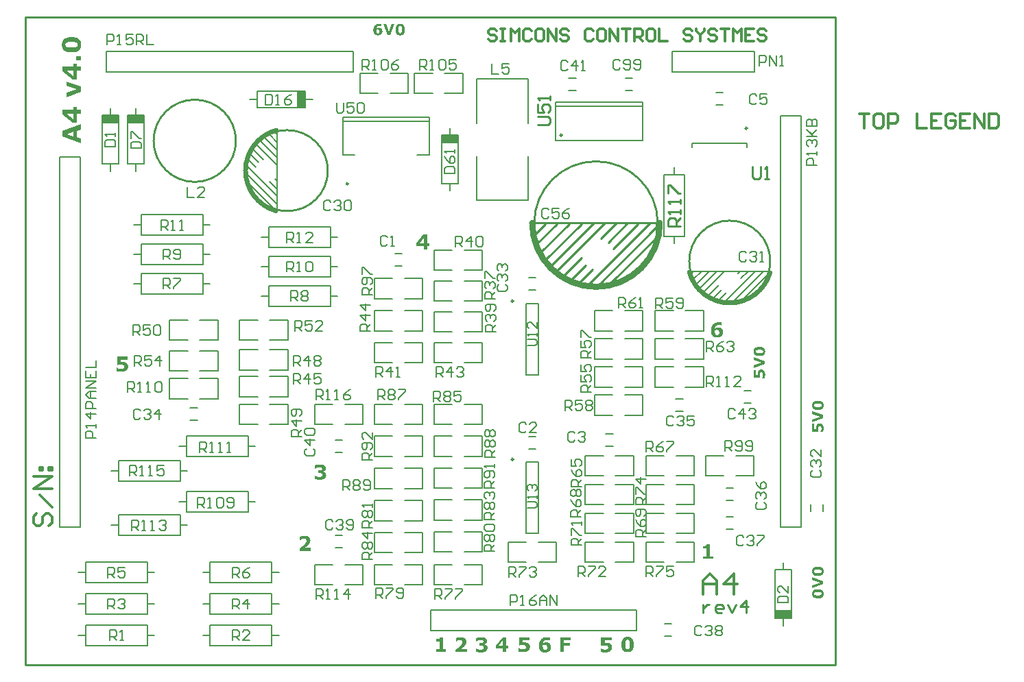
<source format=gto>
G04 Layer_Color=65535*
%FSLAX25Y25*%
%MOIN*%
G70*
G01*
G75*
%ADD10C,0.02000*%
%ADD20C,0.03000*%
%ADD21C,0.00800*%
%ADD23C,0.01200*%
%ADD43C,0.00984*%
%ADD44C,0.01000*%
%ADD45C,0.00787*%
%ADD46C,0.01400*%
%ADD47R,0.07874X0.03937*%
%ADD48R,0.03937X0.07874*%
G36*
X647469Y407107D02*
X647574D01*
X647715Y407095D01*
X647855Y407084D01*
X648007Y407060D01*
X648031D01*
X648078Y407049D01*
X648148D01*
X648230Y407037D01*
X648417Y407013D01*
X648499Y407002D01*
X648558Y406990D01*
Y405573D01*
X648370D01*
X648347Y405585D01*
X648312Y405596D01*
X648265Y405608D01*
X648207Y405632D01*
X648125Y405655D01*
X648031Y405690D01*
X647926Y405714D01*
X647914D01*
X647867Y405725D01*
X647808Y405737D01*
X647726Y405760D01*
X647621Y405772D01*
X647504Y405784D01*
X647363Y405795D01*
X647141D01*
X647071Y405784D01*
X647000D01*
X646907Y405772D01*
X646708Y405737D01*
X646473Y405690D01*
X646239Y405608D01*
X646005Y405491D01*
X645794Y405339D01*
X645771Y405315D01*
X645712Y405257D01*
X645630Y405152D01*
X645525Y405011D01*
X645420Y404835D01*
X645314Y404625D01*
X645232Y404367D01*
X645174Y404086D01*
X645185Y404098D01*
X645244Y404121D01*
X645314Y404168D01*
X645408Y404215D01*
X645525Y404273D01*
X645665Y404332D01*
X645958Y404449D01*
X645982Y404461D01*
X646028Y404472D01*
X646110Y404496D01*
X646228Y404519D01*
X646356Y404542D01*
X646497Y404566D01*
X646661Y404589D01*
X646989D01*
X647094Y404578D01*
X647211Y404566D01*
X647340Y404542D01*
X647609Y404484D01*
X647621D01*
X647668Y404472D01*
X647738Y404449D01*
X647832Y404414D01*
X647937Y404367D01*
X648043Y404320D01*
X648277Y404179D01*
X648300Y404168D01*
X648347Y404133D01*
X648417Y404062D01*
X648511Y403980D01*
X648616Y403875D01*
X648722Y403735D01*
X648827Y403594D01*
X648921Y403418D01*
X648933Y403395D01*
X648956Y403336D01*
X649003Y403231D01*
X649050Y403102D01*
X649085Y402927D01*
X649132Y402728D01*
X649155Y402505D01*
X649167Y402247D01*
Y402236D01*
Y402224D01*
Y402154D01*
X649155Y402048D01*
X649143Y401908D01*
X649120Y401756D01*
X649073Y401580D01*
X649026Y401393D01*
X648956Y401205D01*
X648944Y401182D01*
X648921Y401123D01*
X648874Y401030D01*
X648815Y400924D01*
X648733Y400784D01*
X648640Y400655D01*
X648523Y400514D01*
X648394Y400386D01*
X648370Y400374D01*
X648324Y400327D01*
X648242Y400268D01*
X648136Y400186D01*
X647996Y400105D01*
X647844Y400011D01*
X647668Y399929D01*
X647480Y399847D01*
X647457Y399835D01*
X647387Y399823D01*
X647281Y399788D01*
X647141Y399753D01*
X646965Y399718D01*
X646766Y399695D01*
X646532Y399671D01*
X646286Y399659D01*
X646181D01*
X646052Y399671D01*
X645900Y399683D01*
X645712Y399706D01*
X645513Y399730D01*
X645314Y399777D01*
X645103Y399835D01*
X645080Y399847D01*
X645010Y399870D01*
X644916Y399905D01*
X644787Y399964D01*
X644647Y400046D01*
X644494Y400128D01*
X644342Y400233D01*
X644190Y400362D01*
X644167Y400386D01*
X644120Y400444D01*
X644038Y400526D01*
X643944Y400655D01*
X643839Y400807D01*
X643722Y400994D01*
X643616Y401205D01*
X643523Y401439D01*
Y401451D01*
X643511Y401475D01*
X643499Y401510D01*
X643487Y401556D01*
X643476Y401615D01*
X643452Y401697D01*
X643429Y401779D01*
X643417Y401884D01*
X643370Y402107D01*
X643335Y402376D01*
X643312Y402669D01*
X643300Y402997D01*
Y403009D01*
Y403044D01*
Y403090D01*
Y403161D01*
X643312Y403243D01*
Y403336D01*
X643323Y403442D01*
Y403559D01*
X643347Y403828D01*
X643394Y404109D01*
X643440Y404390D01*
X643511Y404671D01*
Y404683D01*
X643523Y404706D01*
X643534Y404742D01*
X643558Y404800D01*
X643581Y404859D01*
X643605Y404929D01*
X643686Y405116D01*
X643780Y405315D01*
X643897Y405526D01*
X644049Y405749D01*
X644213Y405971D01*
X644225Y405983D01*
X644237Y405995D01*
X644295Y406065D01*
X644401Y406158D01*
X644553Y406276D01*
X644729Y406416D01*
X644939Y406557D01*
X645174Y406685D01*
X645443Y406814D01*
X645455D01*
X645478Y406826D01*
X645525Y406838D01*
X645572Y406861D01*
X645654Y406884D01*
X645736Y406908D01*
X645841Y406943D01*
X645947Y406966D01*
X646075Y406990D01*
X646216Y407025D01*
X646520Y407072D01*
X646860Y407107D01*
X647235Y407119D01*
X647363D01*
X647469Y407107D01*
D02*
G37*
G36*
X658741Y405737D02*
X655450D01*
Y404402D01*
X658495D01*
Y403020D01*
X655450D01*
Y399952D01*
X653600D01*
Y407119D01*
X658741D01*
Y405737D01*
D02*
G37*
G36*
X779059Y430443D02*
X779217Y430434D01*
X779410Y430425D01*
X779612Y430399D01*
X779823Y430372D01*
X780034Y430329D01*
X780043D01*
X780060Y430320D01*
X780086D01*
X780122Y430302D01*
X780218Y430276D01*
X780341Y430232D01*
X780481Y430179D01*
X780631Y430118D01*
X780771Y430039D01*
X780912Y429942D01*
X780929Y429933D01*
X780973Y429889D01*
X781035Y429837D01*
X781105Y429758D01*
X781193Y429653D01*
X781281Y429538D01*
X781368Y429398D01*
X781438Y429249D01*
Y429240D01*
X781447Y429231D01*
X781456Y429205D01*
X781465Y429178D01*
X781491Y429082D01*
X781526Y428968D01*
X781562Y428818D01*
X781588Y428643D01*
X781605Y428441D01*
X781614Y428221D01*
Y428213D01*
Y428195D01*
Y428160D01*
Y428116D01*
X781605Y428072D01*
Y428011D01*
X781588Y427861D01*
X781570Y427703D01*
X781544Y427528D01*
X781500Y427352D01*
X781438Y427185D01*
Y427177D01*
X781430Y427168D01*
X781403Y427115D01*
X781359Y427036D01*
X781298Y426939D01*
X781228Y426834D01*
X781131Y426720D01*
X781026Y426606D01*
X780903Y426501D01*
X780885Y426492D01*
X780841Y426457D01*
X780762Y426413D01*
X780657Y426351D01*
X780534Y426290D01*
X780385Y426228D01*
X780209Y426167D01*
X780025Y426114D01*
X780016D01*
X779999Y426105D01*
X779972D01*
X779928Y426097D01*
X779884Y426088D01*
X779823Y426079D01*
X779753Y426070D01*
X779674Y426061D01*
X779498Y426035D01*
X779287Y426018D01*
X779059Y426009D01*
X778813Y426000D01*
X778638D01*
X778568Y426009D01*
X778401Y426018D01*
X778216Y426026D01*
X778006Y426053D01*
X777804Y426079D01*
X777602Y426114D01*
X777593D01*
X777575Y426123D01*
X777549Y426132D01*
X777514Y426140D01*
X777417Y426167D01*
X777294Y426211D01*
X777163Y426263D01*
X777013Y426334D01*
X776864Y426413D01*
X776724Y426509D01*
X776706Y426518D01*
X776662Y426553D01*
X776601Y426615D01*
X776522Y426694D01*
X776443Y426799D01*
X776355Y426913D01*
X776267Y427054D01*
X776197Y427203D01*
Y427212D01*
X776188Y427220D01*
X776179Y427247D01*
X776170Y427282D01*
X776135Y427370D01*
X776100Y427493D01*
X776074Y427642D01*
X776039Y427817D01*
X776021Y428011D01*
X776013Y428221D01*
Y428230D01*
Y428248D01*
Y428283D01*
Y428327D01*
X776021Y428379D01*
Y428441D01*
X776039Y428581D01*
X776056Y428748D01*
X776091Y428915D01*
X776135Y429091D01*
X776197Y429257D01*
Y429266D01*
X776206Y429275D01*
X776232Y429328D01*
X776276Y429407D01*
X776337Y429503D01*
X776408Y429609D01*
X776504Y429723D01*
X776618Y429837D01*
X776741Y429942D01*
X776759Y429951D01*
X776803Y429986D01*
X776882Y430030D01*
X776987Y430091D01*
X777110Y430153D01*
X777259Y430214D01*
X777435Y430276D01*
X777619Y430329D01*
X777628D01*
X777646Y430337D01*
X777672D01*
X777707Y430346D01*
X777760Y430355D01*
X777821Y430364D01*
X777883Y430381D01*
X777962Y430390D01*
X778137Y430416D01*
X778339Y430434D01*
X778568Y430443D01*
X778813Y430451D01*
X778989D01*
X779059Y430443D01*
D02*
G37*
G36*
X638675Y405749D02*
X635302D01*
Y404566D01*
X635361D01*
X635408Y404578D01*
X635525D01*
X635677Y404589D01*
X635759D01*
X635818Y404601D01*
X636286D01*
X636438Y404589D01*
X636602Y404578D01*
X636778Y404554D01*
X636965Y404519D01*
X637141Y404484D01*
X637164D01*
X637223Y404461D01*
X637305Y404437D01*
X637422Y404402D01*
X637539Y404355D01*
X637679Y404297D01*
X637820Y404238D01*
X637949Y404168D01*
X637972Y404156D01*
X638019Y404121D01*
X638101Y404062D01*
X638195Y403980D01*
X638300Y403875D01*
X638417Y403758D01*
X638534Y403617D01*
X638628Y403465D01*
X638640Y403442D01*
X638663Y403383D01*
X638710Y403290D01*
X638757Y403172D01*
X638804Y403009D01*
X638850Y402821D01*
X638874Y402610D01*
X638886Y402376D01*
Y402364D01*
Y402353D01*
Y402282D01*
X638874Y402177D01*
X638862Y402037D01*
X638839Y401873D01*
X638792Y401697D01*
X638745Y401521D01*
X638675Y401334D01*
X638663Y401311D01*
X638640Y401252D01*
X638581Y401170D01*
X638523Y401053D01*
X638429Y400924D01*
X638324Y400784D01*
X638195Y400643D01*
X638054Y400514D01*
X638031Y400503D01*
X637972Y400456D01*
X637890Y400386D01*
X637761Y400315D01*
X637621Y400222D01*
X637445Y400140D01*
X637246Y400046D01*
X637036Y399976D01*
X637024D01*
X637012Y399964D01*
X636977D01*
X636930Y399952D01*
X636813Y399917D01*
X636661Y399894D01*
X636462Y399859D01*
X636239Y399823D01*
X635993Y399812D01*
X635724Y399800D01*
X635583D01*
X635501Y399812D01*
X635420D01*
X635220Y399823D01*
X634986Y399835D01*
X634740Y399870D01*
X634494Y399894D01*
X634260Y399940D01*
X634237D01*
X634166Y399964D01*
X634061Y399987D01*
X633921Y400023D01*
X633768Y400058D01*
X633604Y400105D01*
X633452Y400163D01*
X633300Y400222D01*
Y401814D01*
X633499D01*
X633523Y401802D01*
X633581Y401767D01*
X633663Y401720D01*
X633780Y401662D01*
X633932Y401592D01*
X634085Y401510D01*
X634260Y401439D01*
X634448Y401369D01*
X634459D01*
X634471Y401357D01*
X634530Y401346D01*
X634635Y401322D01*
X634764Y401287D01*
X634916Y401252D01*
X635080Y401229D01*
X635267Y401217D01*
X635455Y401205D01*
X635572D01*
X635654Y401217D01*
X635747D01*
X635864Y401229D01*
X636110Y401264D01*
X636122D01*
X636169Y401275D01*
X636239Y401299D01*
X636321Y401322D01*
X636509Y401404D01*
X636602Y401451D01*
X636684Y401521D01*
X636696Y401533D01*
X636708Y401545D01*
X636778Y401615D01*
X636860Y401709D01*
X636930Y401826D01*
Y401837D01*
X636942Y401861D01*
X636965Y401896D01*
X636977Y401943D01*
X637000Y402013D01*
X637012Y402095D01*
X637024Y402189D01*
Y402306D01*
Y402318D01*
Y402353D01*
Y402400D01*
X637012Y402458D01*
X636977Y402599D01*
X636907Y402739D01*
Y402751D01*
X636883Y402774D01*
X636825Y402845D01*
X636731Y402938D01*
X636614Y403032D01*
X636602Y403044D01*
X636567Y403055D01*
X636509Y403090D01*
X636438Y403126D01*
X636345Y403161D01*
X636239Y403196D01*
X636110Y403219D01*
X635982Y403243D01*
X635970D01*
X635923Y403254D01*
X635853Y403266D01*
X635759Y403278D01*
X635654D01*
X635548Y403290D01*
X635314Y403301D01*
X635150D01*
X635045Y403290D01*
X634916Y403278D01*
X634775Y403266D01*
X634471Y403219D01*
X634459D01*
X634401Y403208D01*
X634331Y403196D01*
X634237Y403172D01*
X634131Y403149D01*
X634014Y403126D01*
X633780Y403079D01*
X633569D01*
Y407119D01*
X638675D01*
Y405749D01*
D02*
G37*
G36*
X750659Y548263D02*
X750817Y548254D01*
X751010Y548245D01*
X751212Y548219D01*
X751423Y548193D01*
X751634Y548149D01*
X751643D01*
X751660Y548140D01*
X751686D01*
X751721Y548123D01*
X751818Y548096D01*
X751941Y548052D01*
X752081Y548000D01*
X752231Y547938D01*
X752371Y547859D01*
X752512Y547763D01*
X752529Y547754D01*
X752573Y547710D01*
X752635Y547657D01*
X752705Y547578D01*
X752793Y547473D01*
X752880Y547359D01*
X752968Y547218D01*
X753039Y547069D01*
Y547060D01*
X753047Y547051D01*
X753056Y547025D01*
X753065Y546999D01*
X753091Y546902D01*
X753126Y546788D01*
X753161Y546639D01*
X753188Y546463D01*
X753205Y546261D01*
X753214Y546042D01*
Y546033D01*
Y546015D01*
Y545980D01*
Y545936D01*
X753205Y545892D01*
Y545831D01*
X753188Y545682D01*
X753170Y545524D01*
X753144Y545348D01*
X753100Y545173D01*
X753039Y545006D01*
Y544997D01*
X753030Y544988D01*
X753003Y544935D01*
X752959Y544856D01*
X752898Y544760D01*
X752828Y544655D01*
X752731Y544540D01*
X752626Y544426D01*
X752503Y544321D01*
X752485Y544312D01*
X752442Y544277D01*
X752362Y544233D01*
X752257Y544172D01*
X752134Y544110D01*
X751985Y544049D01*
X751809Y543987D01*
X751625Y543934D01*
X751616D01*
X751599Y543926D01*
X751572D01*
X751528Y543917D01*
X751484Y543908D01*
X751423Y543899D01*
X751353Y543891D01*
X751274Y543882D01*
X751098Y543855D01*
X750887Y543838D01*
X750659Y543829D01*
X750413Y543820D01*
X750238D01*
X750168Y543829D01*
X750001Y543838D01*
X749816Y543847D01*
X749606Y543873D01*
X749404Y543899D01*
X749202Y543934D01*
X749193D01*
X749175Y543943D01*
X749149Y543952D01*
X749114Y543961D01*
X749017Y543987D01*
X748894Y544031D01*
X748763Y544084D01*
X748613Y544154D01*
X748464Y544233D01*
X748324Y544330D01*
X748306Y544338D01*
X748262Y544374D01*
X748201Y544435D01*
X748122Y544514D01*
X748043Y544619D01*
X747955Y544733D01*
X747867Y544874D01*
X747797Y545023D01*
Y545032D01*
X747788Y545041D01*
X747779Y545067D01*
X747771Y545102D01*
X747735Y545190D01*
X747700Y545313D01*
X747674Y545462D01*
X747639Y545638D01*
X747621Y545831D01*
X747612Y546042D01*
Y546051D01*
Y546068D01*
Y546103D01*
Y546147D01*
X747621Y546200D01*
Y546261D01*
X747639Y546402D01*
X747656Y546568D01*
X747691Y546735D01*
X747735Y546911D01*
X747797Y547078D01*
Y547086D01*
X747806Y547095D01*
X747832Y547148D01*
X747876Y547227D01*
X747937Y547324D01*
X748008Y547429D01*
X748104Y547543D01*
X748218Y547657D01*
X748341Y547763D01*
X748359Y547771D01*
X748403Y547807D01*
X748482Y547850D01*
X748587Y547912D01*
X748710Y547973D01*
X748859Y548035D01*
X749035Y548096D01*
X749219Y548149D01*
X749228D01*
X749246Y548158D01*
X749272D01*
X749307Y548167D01*
X749360Y548175D01*
X749421Y548184D01*
X749483Y548202D01*
X749562Y548210D01*
X749737Y548237D01*
X749939Y548254D01*
X750168Y548263D01*
X750413Y548272D01*
X750589D01*
X750659Y548263D01*
D02*
G37*
G36*
X420600Y654066D02*
X418770Y653437D01*
Y650172D01*
X420600Y649528D01*
Y647200D01*
X411640Y650509D01*
Y653159D01*
X420600Y656482D01*
Y654066D01*
D02*
G37*
G36*
X678575Y405596D02*
X675202D01*
Y404414D01*
X675261D01*
X675308Y404425D01*
X675425D01*
X675577Y404437D01*
X675659D01*
X675718Y404449D01*
X676186D01*
X676338Y404437D01*
X676502Y404425D01*
X676678Y404402D01*
X676865Y404367D01*
X677041Y404332D01*
X677064D01*
X677123Y404308D01*
X677205Y404285D01*
X677322Y404250D01*
X677439Y404203D01*
X677579Y404144D01*
X677720Y404086D01*
X677849Y404016D01*
X677872Y404004D01*
X677919Y403969D01*
X678001Y403910D01*
X678095Y403828D01*
X678200Y403723D01*
X678317Y403606D01*
X678434Y403465D01*
X678528Y403313D01*
X678540Y403290D01*
X678563Y403231D01*
X678610Y403137D01*
X678657Y403020D01*
X678704Y402856D01*
X678751Y402669D01*
X678774Y402458D01*
X678786Y402224D01*
Y402212D01*
Y402201D01*
Y402130D01*
X678774Y402025D01*
X678762Y401884D01*
X678739Y401720D01*
X678692Y401545D01*
X678645Y401369D01*
X678575Y401182D01*
X678563Y401158D01*
X678540Y401100D01*
X678481Y401018D01*
X678423Y400901D01*
X678329Y400772D01*
X678224Y400631D01*
X678095Y400491D01*
X677954Y400362D01*
X677931Y400350D01*
X677872Y400304D01*
X677790Y400233D01*
X677662Y400163D01*
X677521Y400069D01*
X677345Y399987D01*
X677146Y399894D01*
X676935Y399823D01*
X676924D01*
X676912Y399812D01*
X676877D01*
X676830Y399800D01*
X676713Y399765D01*
X676561Y399741D01*
X676362Y399706D01*
X676139Y399671D01*
X675893Y399659D01*
X675624Y399648D01*
X675483D01*
X675401Y399659D01*
X675319D01*
X675120Y399671D01*
X674886Y399683D01*
X674640Y399718D01*
X674394Y399741D01*
X674160Y399788D01*
X674137D01*
X674066Y399812D01*
X673961Y399835D01*
X673821Y399870D01*
X673668Y399905D01*
X673504Y399952D01*
X673352Y400011D01*
X673200Y400069D01*
Y401662D01*
X673399D01*
X673422Y401650D01*
X673481Y401615D01*
X673563Y401568D01*
X673680Y401510D01*
X673832Y401439D01*
X673985Y401357D01*
X674160Y401287D01*
X674348Y401217D01*
X674359D01*
X674371Y401205D01*
X674430Y401194D01*
X674535Y401170D01*
X674664Y401135D01*
X674816Y401100D01*
X674980Y401076D01*
X675167Y401065D01*
X675355Y401053D01*
X675472D01*
X675554Y401065D01*
X675647D01*
X675765Y401076D01*
X676010Y401112D01*
X676022D01*
X676069Y401123D01*
X676139Y401147D01*
X676221Y401170D01*
X676408Y401252D01*
X676502Y401299D01*
X676584Y401369D01*
X676596Y401381D01*
X676608Y401393D01*
X676678Y401463D01*
X676760Y401556D01*
X676830Y401674D01*
Y401685D01*
X676842Y401709D01*
X676865Y401744D01*
X676877Y401791D01*
X676900Y401861D01*
X676912Y401943D01*
X676924Y402037D01*
Y402154D01*
Y402165D01*
Y402201D01*
Y402247D01*
X676912Y402306D01*
X676877Y402447D01*
X676807Y402587D01*
Y402599D01*
X676783Y402622D01*
X676725Y402692D01*
X676631Y402786D01*
X676514Y402880D01*
X676502Y402891D01*
X676467Y402903D01*
X676408Y402938D01*
X676338Y402973D01*
X676245Y403009D01*
X676139Y403044D01*
X676010Y403067D01*
X675882Y403090D01*
X675870D01*
X675823Y403102D01*
X675753Y403114D01*
X675659Y403126D01*
X675554D01*
X675448Y403137D01*
X675214Y403149D01*
X675050D01*
X674945Y403137D01*
X674816Y403126D01*
X674676Y403114D01*
X674371Y403067D01*
X674359D01*
X674301Y403055D01*
X674230Y403044D01*
X674137Y403020D01*
X674031Y402997D01*
X673914Y402973D01*
X673680Y402927D01*
X673469D01*
Y406966D01*
X678575D01*
Y405596D01*
D02*
G37*
G36*
X686573Y407259D02*
X686655D01*
X686843Y407236D01*
X687065Y407212D01*
X687288Y407166D01*
X687522Y407107D01*
X687744Y407025D01*
X687756D01*
X687768Y407013D01*
X687838Y406978D01*
X687944Y406920D01*
X688072Y406838D01*
X688213Y406744D01*
X688365Y406615D01*
X688517Y406463D01*
X688658Y406299D01*
X688669Y406276D01*
X688716Y406217D01*
X688775Y406112D01*
X688857Y405971D01*
X688939Y405807D01*
X689021Y405608D01*
X689103Y405374D01*
X689173Y405128D01*
Y405116D01*
X689185Y405093D01*
Y405058D01*
X689196Y405011D01*
X689208Y404941D01*
X689220Y404859D01*
X689243Y404777D01*
X689255Y404671D01*
X689290Y404437D01*
X689314Y404168D01*
X689325Y403863D01*
X689337Y403536D01*
Y403524D01*
Y403500D01*
Y403453D01*
Y403383D01*
Y403301D01*
X689325Y403208D01*
X689314Y402997D01*
X689302Y402739D01*
X689267Y402470D01*
X689232Y402189D01*
X689173Y401908D01*
Y401896D01*
X689161Y401873D01*
Y401837D01*
X689138Y401791D01*
X689103Y401662D01*
X689044Y401498D01*
X688974Y401311D01*
X688892Y401112D01*
X688787Y400924D01*
X688658Y400737D01*
X688646Y400713D01*
X688588Y400655D01*
X688517Y400573D01*
X688412Y400479D01*
X688271Y400362D01*
X688119Y400245D01*
X687932Y400128D01*
X687733Y400034D01*
X687721D01*
X687709Y400023D01*
X687674Y400011D01*
X687639Y399999D01*
X687510Y399964D01*
X687358Y399917D01*
X687159Y399870D01*
X686925Y399835D01*
X686655Y399812D01*
X686363Y399800D01*
X686222D01*
X686164Y399812D01*
X686082D01*
X685883Y399835D01*
X685672Y399859D01*
X685437Y399894D01*
X685203Y399952D01*
X684981Y400034D01*
X684969D01*
X684957Y400046D01*
X684887Y400081D01*
X684782Y400140D01*
X684653Y400222D01*
X684512Y400315D01*
X684360Y400444D01*
X684208Y400585D01*
X684067Y400748D01*
X684056Y400772D01*
X684009Y400831D01*
X683950Y400936D01*
X683868Y401076D01*
X683786Y401240D01*
X683705Y401439D01*
X683623Y401674D01*
X683552Y401920D01*
Y401931D01*
X683540Y401955D01*
Y401990D01*
X683529Y402048D01*
X683517Y402107D01*
X683505Y402189D01*
X683494Y402282D01*
X683482Y402388D01*
X683447Y402622D01*
X683423Y402903D01*
X683412Y403208D01*
X683400Y403536D01*
Y403547D01*
Y403582D01*
Y403629D01*
Y403688D01*
Y403770D01*
X683412Y403863D01*
X683423Y404086D01*
X683435Y404332D01*
X683470Y404613D01*
X683505Y404882D01*
X683552Y405152D01*
Y405163D01*
X683564Y405187D01*
X683576Y405222D01*
X683587Y405269D01*
X683623Y405397D01*
X683681Y405561D01*
X683751Y405737D01*
X683845Y405936D01*
X683950Y406135D01*
X684079Y406322D01*
X684091Y406346D01*
X684138Y406404D01*
X684220Y406486D01*
X684325Y406592D01*
X684466Y406697D01*
X684618Y406814D01*
X684805Y406931D01*
X685004Y407025D01*
X685016D01*
X685028Y407037D01*
X685063Y407049D01*
X685110Y407060D01*
X685227Y407107D01*
X685391Y407154D01*
X685590Y407189D01*
X685824Y407236D01*
X686082Y407259D01*
X686363Y407271D01*
X686503D01*
X686573Y407259D01*
D02*
G37*
G36*
X627434Y402927D02*
X628406D01*
Y401603D01*
X627434D01*
Y399929D01*
X625666D01*
Y401603D01*
X622200D01*
Y402973D01*
X625549Y407119D01*
X627434D01*
Y402927D01*
D02*
G37*
G36*
X781500Y434446D02*
Y432901D01*
X776127Y430943D01*
Y432401D01*
X779893Y433691D01*
X776127Y434991D01*
Y436413D01*
X781500Y434446D01*
D02*
G37*
G36*
X571167Y699900D02*
X569622D01*
X567664Y705273D01*
X569122D01*
X570412Y701507D01*
X571712Y705273D01*
X573134D01*
X571167Y699900D01*
D02*
G37*
G36*
X779059Y441347D02*
X779217Y441339D01*
X779410Y441330D01*
X779612Y441303D01*
X779823Y441277D01*
X780034Y441233D01*
X780043D01*
X780060Y441224D01*
X780086D01*
X780122Y441207D01*
X780218Y441181D01*
X780341Y441137D01*
X780481Y441084D01*
X780631Y441023D01*
X780771Y440944D01*
X780912Y440847D01*
X780929Y440838D01*
X780973Y440794D01*
X781035Y440742D01*
X781105Y440663D01*
X781193Y440557D01*
X781281Y440443D01*
X781368Y440303D01*
X781438Y440153D01*
Y440145D01*
X781447Y440136D01*
X781456Y440109D01*
X781465Y440083D01*
X781491Y439987D01*
X781526Y439872D01*
X781562Y439723D01*
X781588Y439547D01*
X781605Y439346D01*
X781614Y439126D01*
Y439117D01*
Y439100D01*
Y439065D01*
Y439021D01*
X781605Y438977D01*
Y438915D01*
X781588Y438766D01*
X781570Y438608D01*
X781544Y438433D01*
X781500Y438257D01*
X781438Y438090D01*
Y438081D01*
X781430Y438072D01*
X781403Y438020D01*
X781359Y437941D01*
X781298Y437844D01*
X781228Y437739D01*
X781131Y437625D01*
X781026Y437511D01*
X780903Y437405D01*
X780885Y437396D01*
X780841Y437361D01*
X780762Y437317D01*
X780657Y437256D01*
X780534Y437194D01*
X780385Y437133D01*
X780209Y437072D01*
X780025Y437019D01*
X780016D01*
X779999Y437010D01*
X779972D01*
X779928Y437001D01*
X779884Y436993D01*
X779823Y436984D01*
X779753Y436975D01*
X779674Y436966D01*
X779498Y436940D01*
X779287Y436922D01*
X779059Y436913D01*
X778813Y436905D01*
X778638D01*
X778568Y436913D01*
X778401Y436922D01*
X778216Y436931D01*
X778006Y436957D01*
X777804Y436984D01*
X777602Y437019D01*
X777593D01*
X777575Y437028D01*
X777549Y437037D01*
X777514Y437045D01*
X777417Y437072D01*
X777294Y437115D01*
X777163Y437168D01*
X777013Y437238D01*
X776864Y437317D01*
X776724Y437414D01*
X776706Y437423D01*
X776662Y437458D01*
X776601Y437519D01*
X776522Y437598D01*
X776443Y437704D01*
X776355Y437818D01*
X776267Y437958D01*
X776197Y438108D01*
Y438116D01*
X776188Y438125D01*
X776179Y438152D01*
X776170Y438187D01*
X776135Y438274D01*
X776100Y438397D01*
X776074Y438547D01*
X776039Y438722D01*
X776021Y438915D01*
X776013Y439126D01*
Y439135D01*
Y439152D01*
Y439188D01*
Y439231D01*
X776021Y439284D01*
Y439346D01*
X776039Y439486D01*
X776056Y439653D01*
X776091Y439820D01*
X776135Y439995D01*
X776197Y440162D01*
Y440171D01*
X776206Y440180D01*
X776232Y440232D01*
X776276Y440311D01*
X776337Y440408D01*
X776408Y440513D01*
X776504Y440627D01*
X776618Y440742D01*
X776741Y440847D01*
X776759Y440856D01*
X776803Y440891D01*
X776882Y440935D01*
X776987Y440996D01*
X777110Y441058D01*
X777259Y441119D01*
X777435Y441181D01*
X777619Y441233D01*
X777628D01*
X777646Y441242D01*
X777672D01*
X777707Y441251D01*
X777760Y441260D01*
X777821Y441268D01*
X777883Y441286D01*
X777962Y441295D01*
X778137Y441321D01*
X778339Y441339D01*
X778568Y441347D01*
X778813Y441356D01*
X778989D01*
X779059Y441347D01*
D02*
G37*
G36*
X576005Y705379D02*
X576067D01*
X576207Y705361D01*
X576374Y705344D01*
X576541Y705308D01*
X576716Y705265D01*
X576883Y705203D01*
X576892D01*
X576901Y705194D01*
X576953Y705168D01*
X577032Y705124D01*
X577129Y705063D01*
X577234Y704992D01*
X577349Y704896D01*
X577463Y704782D01*
X577568Y704659D01*
X577577Y704641D01*
X577612Y704597D01*
X577656Y704518D01*
X577717Y704413D01*
X577779Y704290D01*
X577840Y704141D01*
X577902Y703965D01*
X577954Y703781D01*
Y703772D01*
X577963Y703754D01*
Y703728D01*
X577972Y703693D01*
X577981Y703640D01*
X577989Y703579D01*
X578007Y703517D01*
X578016Y703438D01*
X578042Y703263D01*
X578060Y703061D01*
X578068Y702833D01*
X578077Y702587D01*
Y702578D01*
Y702560D01*
Y702525D01*
Y702472D01*
Y702411D01*
X578068Y702341D01*
X578060Y702183D01*
X578051Y701990D01*
X578024Y701788D01*
X577998Y701577D01*
X577954Y701366D01*
Y701358D01*
X577946Y701340D01*
Y701314D01*
X577928Y701278D01*
X577902Y701182D01*
X577858Y701059D01*
X577805Y700918D01*
X577744Y700769D01*
X577665Y700629D01*
X577568Y700488D01*
X577559Y700471D01*
X577515Y700427D01*
X577463Y700365D01*
X577384Y700295D01*
X577278Y700207D01*
X577164Y700119D01*
X577024Y700032D01*
X576874Y699962D01*
X576866D01*
X576857Y699953D01*
X576830Y699944D01*
X576804Y699935D01*
X576708Y699909D01*
X576593Y699874D01*
X576444Y699838D01*
X576268Y699812D01*
X576067Y699795D01*
X575847Y699786D01*
X575742D01*
X575698Y699795D01*
X575636D01*
X575487Y699812D01*
X575329Y699830D01*
X575153Y699856D01*
X574978Y699900D01*
X574811Y699962D01*
X574802D01*
X574793Y699970D01*
X574741Y699997D01*
X574662Y700040D01*
X574565Y700102D01*
X574460Y700172D01*
X574346Y700269D01*
X574232Y700374D01*
X574126Y700497D01*
X574117Y700515D01*
X574082Y700559D01*
X574038Y700637D01*
X573977Y700743D01*
X573915Y700866D01*
X573854Y701015D01*
X573793Y701191D01*
X573740Y701375D01*
Y701384D01*
X573731Y701401D01*
Y701428D01*
X573722Y701472D01*
X573713Y701515D01*
X573705Y701577D01*
X573696Y701647D01*
X573687Y701726D01*
X573661Y701902D01*
X573643Y702113D01*
X573634Y702341D01*
X573626Y702587D01*
Y702596D01*
Y702622D01*
Y702657D01*
Y702701D01*
Y702762D01*
X573634Y702833D01*
X573643Y702999D01*
X573652Y703184D01*
X573678Y703394D01*
X573705Y703596D01*
X573740Y703798D01*
Y703807D01*
X573749Y703825D01*
X573757Y703851D01*
X573766Y703886D01*
X573793Y703983D01*
X573837Y704106D01*
X573889Y704237D01*
X573959Y704387D01*
X574038Y704536D01*
X574135Y704676D01*
X574144Y704694D01*
X574179Y704738D01*
X574240Y704799D01*
X574319Y704878D01*
X574425Y704957D01*
X574539Y705045D01*
X574679Y705133D01*
X574829Y705203D01*
X574837D01*
X574846Y705212D01*
X574872Y705221D01*
X574908Y705230D01*
X574995Y705265D01*
X575118Y705300D01*
X575268Y705326D01*
X575443Y705361D01*
X575636Y705379D01*
X575847Y705387D01*
X575952D01*
X576005Y705379D01*
D02*
G37*
G36*
X605440Y407107D02*
X605557D01*
X605686Y407084D01*
X605827Y407072D01*
X605979Y407049D01*
X606307Y406978D01*
X606646Y406873D01*
X606822Y406814D01*
X606974Y406732D01*
X607126Y406650D01*
X607267Y406545D01*
X607279Y406533D01*
X607302Y406522D01*
X607337Y406486D01*
X607384Y406440D01*
X607431Y406381D01*
X607489Y406311D01*
X607560Y406229D01*
X607630Y406135D01*
X607689Y406030D01*
X607759Y405901D01*
X607817Y405772D01*
X607876Y405632D01*
X607911Y405479D01*
X607946Y405304D01*
X607970Y405128D01*
X607981Y404941D01*
Y404929D01*
Y404906D01*
Y404870D01*
Y404824D01*
X607970Y404695D01*
X607934Y404519D01*
X607899Y404320D01*
X607841Y404109D01*
X607759Y403875D01*
X607642Y403641D01*
Y403629D01*
X607630Y403617D01*
X607607Y403582D01*
X607583Y403536D01*
X607501Y403418D01*
X607384Y403254D01*
X607243Y403067D01*
X607056Y402856D01*
X606845Y402622D01*
X606599Y402388D01*
X606576Y402364D01*
X606529Y402318D01*
X606435Y402236D01*
X606330Y402142D01*
X606190Y402025D01*
X606049Y401896D01*
X605721Y401639D01*
X605698Y401627D01*
X605651Y401580D01*
X605569Y401521D01*
X605475Y401451D01*
X605276Y401299D01*
X605183Y401229D01*
X605101Y401170D01*
X608309D01*
Y399800D01*
X602700D01*
Y400971D01*
X602712D01*
X602723Y400994D01*
X602759Y401018D01*
X602805Y401053D01*
X602934Y401147D01*
X603098Y401275D01*
X603286Y401416D01*
X603508Y401592D01*
X603742Y401767D01*
X603976Y401966D01*
X603988Y401978D01*
X604000Y401990D01*
X604035Y402013D01*
X604082Y402060D01*
X604199Y402154D01*
X604351Y402282D01*
X604515Y402423D01*
X604679Y402575D01*
X604855Y402728D01*
X605007Y402880D01*
X605019Y402891D01*
X605030Y402903D01*
X605101Y402973D01*
X605206Y403079D01*
X605335Y403219D01*
X605464Y403371D01*
X605604Y403536D01*
X605733Y403699D01*
X605838Y403863D01*
X605850Y403887D01*
X605873Y403934D01*
X605920Y404016D01*
X605967Y404121D01*
X606002Y404250D01*
X606049Y404390D01*
X606073Y404542D01*
X606084Y404695D01*
Y404718D01*
Y404777D01*
X606073Y404870D01*
X606049Y404976D01*
X606002Y405093D01*
X605955Y405222D01*
X605873Y405350D01*
X605768Y405456D01*
X605756Y405468D01*
X605710Y405503D01*
X605639Y405538D01*
X605534Y405596D01*
X605405Y405643D01*
X605253Y405678D01*
X605077Y405714D01*
X604866Y405725D01*
X604784D01*
X604702Y405714D01*
X604585Y405702D01*
X604445Y405678D01*
X604281Y405643D01*
X604117Y405596D01*
X603930Y405538D01*
X603906Y405526D01*
X603848Y405503D01*
X603754Y405468D01*
X603637Y405421D01*
X603496Y405350D01*
X603356Y405269D01*
X603040Y405081D01*
X602887D01*
Y406662D01*
X602899Y406674D01*
X602946Y406685D01*
X603028Y406721D01*
X603145Y406756D01*
X603286Y406803D01*
X603449Y406849D01*
X603649Y406908D01*
X603883Y406966D01*
X603894D01*
X603918Y406978D01*
X603953D01*
X604000Y406990D01*
X604058Y407002D01*
X604129Y407013D01*
X604304Y407049D01*
X604503Y407072D01*
X604726Y407095D01*
X604972Y407107D01*
X605218Y407119D01*
X605346D01*
X605440Y407107D01*
D02*
G37*
G36*
X615504D02*
X615656D01*
X615844Y407084D01*
X616043Y407060D01*
X616242Y407037D01*
X616441Y406990D01*
X616464D01*
X616523Y406966D01*
X616616Y406943D01*
X616745Y406908D01*
X616874Y406861D01*
X617015Y406814D01*
X617155Y406756D01*
X617284Y406685D01*
X617307Y406674D01*
X617354Y406639D01*
X617424Y406592D01*
X617507Y406522D01*
X617600Y406440D01*
X617694Y406334D01*
X617788Y406229D01*
X617870Y406100D01*
X617881Y406088D01*
X617905Y406041D01*
X617928Y405971D01*
X617975Y405877D01*
X618010Y405760D01*
X618033Y405632D01*
X618057Y405479D01*
X618069Y405315D01*
Y405304D01*
Y405292D01*
Y405257D01*
Y405210D01*
X618045Y405105D01*
X618022Y404964D01*
X617975Y404788D01*
X617916Y404613D01*
X617823Y404425D01*
X617694Y404250D01*
X617682Y404226D01*
X617624Y404179D01*
X617542Y404098D01*
X617436Y404004D01*
X617284Y403898D01*
X617120Y403805D01*
X616933Y403711D01*
X616710Y403653D01*
Y403582D01*
X616722D01*
X616757Y403571D01*
X616804D01*
X616862Y403547D01*
X616944Y403536D01*
X617026Y403512D01*
X617226Y403442D01*
X617237D01*
X617272Y403430D01*
X617331Y403407D01*
X617401Y403371D01*
X617565Y403290D01*
X617741Y403161D01*
X617752Y403149D01*
X617776Y403126D01*
X617823Y403079D01*
X617881Y403020D01*
X617940Y402950D01*
X617998Y402868D01*
X618115Y402681D01*
X618127Y402669D01*
X618139Y402634D01*
X618162Y402575D01*
X618186Y402493D01*
X618209Y402388D01*
X618232Y402271D01*
X618256Y402130D01*
Y401966D01*
Y401943D01*
Y401884D01*
X618244Y401779D01*
X618232Y401662D01*
X618209Y401510D01*
X618162Y401357D01*
X618115Y401182D01*
X618045Y401018D01*
X618033Y400994D01*
X618010Y400948D01*
X617963Y400866D01*
X617893Y400760D01*
X617811Y400643D01*
X617706Y400514D01*
X617577Y400397D01*
X617436Y400268D01*
X617413Y400257D01*
X617366Y400222D01*
X617284Y400163D01*
X617167Y400093D01*
X617026Y400023D01*
X616874Y399940D01*
X616687Y399870D01*
X616488Y399800D01*
X616476D01*
X616464Y399788D01*
X616429D01*
X616394Y399777D01*
X616277Y399753D01*
X616113Y399730D01*
X615926Y399695D01*
X615703Y399671D01*
X615446Y399659D01*
X615165Y399648D01*
X614942D01*
X614848Y399659D01*
X614638Y399671D01*
X614403Y399683D01*
X614146Y399706D01*
X613876Y399741D01*
X613630Y399788D01*
X613619D01*
X613607Y399800D01*
X613572D01*
X613525Y399812D01*
X613408Y399835D01*
X613268Y399870D01*
X613103Y399917D01*
X612928Y399976D01*
X612764Y400034D01*
X612600Y400093D01*
Y401674D01*
X612787D01*
X612811Y401662D01*
X612858Y401627D01*
X612951Y401580D01*
X613068Y401521D01*
X613209Y401451D01*
X613373Y401381D01*
X613560Y401299D01*
X613771Y401229D01*
X613783D01*
X613794Y401217D01*
X613865Y401205D01*
X613982Y401170D01*
X614122Y401147D01*
X614286Y401112D01*
X614474Y401076D01*
X614649Y401065D01*
X614837Y401053D01*
X615024D01*
X615106Y401065D01*
X615211D01*
X615446Y401088D01*
X615457D01*
X615504Y401100D01*
X615563Y401112D01*
X615633Y401135D01*
X615820Y401194D01*
X615996Y401299D01*
X616008D01*
X616031Y401322D01*
X616101Y401381D01*
X616183Y401463D01*
X616277Y401580D01*
Y401592D01*
X616300Y401615D01*
X616312Y401650D01*
X616335Y401709D01*
X616359Y401779D01*
X616371Y401873D01*
X616394Y401966D01*
Y402083D01*
Y402095D01*
Y402130D01*
X616382Y402189D01*
X616371Y402259D01*
X616335Y402423D01*
X616289Y402493D01*
X616242Y402564D01*
X616230Y402575D01*
X616218Y402587D01*
X616183Y402622D01*
X616136Y402657D01*
X616019Y402751D01*
X615855Y402821D01*
X615844D01*
X615808Y402833D01*
X615762Y402845D01*
X615691Y402856D01*
X615610Y402868D01*
X615516Y402891D01*
X615399D01*
X615282Y402903D01*
X615165D01*
X615083Y402915D01*
X614275D01*
Y404191D01*
X614907D01*
X615012Y404203D01*
X615129D01*
X615352Y404215D01*
X615399D01*
X615457Y404226D01*
X615527Y404238D01*
X615680Y404273D01*
X615844Y404320D01*
X615855D01*
X615879Y404332D01*
X615914Y404355D01*
X615961Y404390D01*
X616066Y404461D01*
X616160Y404566D01*
Y404578D01*
X616183Y404589D01*
X616195Y404625D01*
X616218Y404683D01*
X616242Y404742D01*
X616254Y404824D01*
X616277Y404906D01*
Y405011D01*
Y405023D01*
Y405046D01*
Y405081D01*
X616265Y405128D01*
X616230Y405245D01*
X616160Y405350D01*
Y405362D01*
X616136Y405374D01*
X616090Y405433D01*
X615996Y405503D01*
X615879Y405561D01*
X615867D01*
X615844Y405573D01*
X615808Y405596D01*
X615750Y405608D01*
X615691Y405632D01*
X615610Y405655D01*
X615434Y405678D01*
X615422D01*
X615387Y405690D01*
X615340D01*
X615282Y405702D01*
X615141Y405714D01*
X614919D01*
X614825Y405702D01*
X614708Y405690D01*
X614556Y405678D01*
X614392Y405643D01*
X614204Y405608D01*
X614005Y405550D01*
X613982Y405538D01*
X613911Y405526D01*
X613818Y405491D01*
X613677Y405444D01*
X613525Y405374D01*
X613349Y405304D01*
X613174Y405222D01*
X612986Y405116D01*
X612811D01*
Y406662D01*
X612834Y406674D01*
X612881Y406685D01*
X612975Y406721D01*
X613092Y406756D01*
X613244Y406803D01*
X613420Y406849D01*
X613630Y406908D01*
X613876Y406966D01*
X613888D01*
X613911Y406978D01*
X613947D01*
X613994Y406990D01*
X614052Y407002D01*
X614134Y407013D01*
X614310Y407049D01*
X614509Y407072D01*
X614743Y407095D01*
X615001Y407107D01*
X615258Y407119D01*
X615375D01*
X615504Y407107D01*
D02*
G37*
G36*
X565926Y705370D02*
X566005D01*
X566110Y705361D01*
X566215Y705352D01*
X566330Y705335D01*
X566347D01*
X566382Y705326D01*
X566435D01*
X566496Y705317D01*
X566637Y705300D01*
X566698Y705291D01*
X566742Y705282D01*
Y704220D01*
X566602D01*
X566584Y704228D01*
X566558Y704237D01*
X566523Y704246D01*
X566479Y704264D01*
X566417Y704281D01*
X566347Y704308D01*
X566268Y704325D01*
X566259D01*
X566224Y704334D01*
X566180Y704343D01*
X566119Y704360D01*
X566040Y704369D01*
X565952Y704378D01*
X565847Y704387D01*
X565680D01*
X565627Y704378D01*
X565575D01*
X565504Y704369D01*
X565355Y704343D01*
X565179Y704308D01*
X565004Y704246D01*
X564828Y704158D01*
X564670Y704044D01*
X564653Y704027D01*
X564609Y703983D01*
X564547Y703904D01*
X564468Y703798D01*
X564389Y703667D01*
X564310Y703509D01*
X564249Y703315D01*
X564205Y703105D01*
X564214Y703114D01*
X564257Y703131D01*
X564310Y703166D01*
X564380Y703201D01*
X564468Y703245D01*
X564574Y703289D01*
X564793Y703377D01*
X564811Y703386D01*
X564846Y703394D01*
X564907Y703412D01*
X564995Y703430D01*
X565092Y703447D01*
X565197Y703465D01*
X565320Y703482D01*
X565566D01*
X565645Y703474D01*
X565732Y703465D01*
X565829Y703447D01*
X566031Y703403D01*
X566040D01*
X566075Y703394D01*
X566128Y703377D01*
X566198Y703350D01*
X566277Y703315D01*
X566356Y703280D01*
X566532Y703175D01*
X566549Y703166D01*
X566584Y703140D01*
X566637Y703087D01*
X566707Y703026D01*
X566786Y702947D01*
X566865Y702841D01*
X566944Y702736D01*
X567014Y702604D01*
X567023Y702587D01*
X567041Y702543D01*
X567076Y702464D01*
X567111Y702367D01*
X567137Y702236D01*
X567172Y702086D01*
X567190Y701919D01*
X567199Y701726D01*
Y701718D01*
Y701709D01*
Y701656D01*
X567190Y701577D01*
X567181Y701472D01*
X567164Y701358D01*
X567129Y701226D01*
X567093Y701085D01*
X567041Y700945D01*
X567032Y700927D01*
X567014Y700883D01*
X566979Y700813D01*
X566935Y700734D01*
X566874Y700629D01*
X566804Y700532D01*
X566716Y700427D01*
X566619Y700330D01*
X566602Y700321D01*
X566567Y700286D01*
X566505Y700242D01*
X566426Y700181D01*
X566321Y700119D01*
X566207Y700049D01*
X566075Y699988D01*
X565935Y699926D01*
X565917Y699918D01*
X565864Y699909D01*
X565785Y699882D01*
X565680Y699856D01*
X565548Y699830D01*
X565399Y699812D01*
X565223Y699795D01*
X565039Y699786D01*
X564960D01*
X564863Y699795D01*
X564749Y699803D01*
X564609Y699821D01*
X564459Y699838D01*
X564310Y699874D01*
X564152Y699918D01*
X564135Y699926D01*
X564082Y699944D01*
X564012Y699970D01*
X563915Y700014D01*
X563810Y700076D01*
X563696Y700137D01*
X563581Y700216D01*
X563467Y700313D01*
X563450Y700330D01*
X563415Y700374D01*
X563353Y700436D01*
X563283Y700532D01*
X563204Y700646D01*
X563116Y700787D01*
X563037Y700945D01*
X562967Y701120D01*
Y701129D01*
X562958Y701147D01*
X562949Y701173D01*
X562941Y701208D01*
X562932Y701252D01*
X562914Y701314D01*
X562897Y701375D01*
X562888Y701454D01*
X562853Y701621D01*
X562826Y701823D01*
X562809Y702042D01*
X562800Y702288D01*
Y702297D01*
Y702323D01*
Y702358D01*
Y702411D01*
X562809Y702472D01*
Y702543D01*
X562818Y702622D01*
Y702710D01*
X562835Y702912D01*
X562870Y703122D01*
X562905Y703333D01*
X562958Y703544D01*
Y703552D01*
X562967Y703570D01*
X562976Y703596D01*
X562993Y703640D01*
X563011Y703684D01*
X563028Y703737D01*
X563090Y703877D01*
X563160Y704027D01*
X563248Y704185D01*
X563362Y704352D01*
X563485Y704518D01*
X563494Y704527D01*
X563502Y704536D01*
X563546Y704589D01*
X563625Y704659D01*
X563739Y704747D01*
X563871Y704852D01*
X564029Y704957D01*
X564205Y705054D01*
X564407Y705150D01*
X564416D01*
X564433Y705159D01*
X564468Y705168D01*
X564503Y705186D01*
X564565Y705203D01*
X564626Y705221D01*
X564705Y705247D01*
X564784Y705265D01*
X564881Y705282D01*
X564986Y705308D01*
X565214Y705344D01*
X565469Y705370D01*
X565750Y705379D01*
X565847D01*
X565926Y705370D01*
D02*
G37*
G36*
X596702Y401182D02*
X598178D01*
Y399929D01*
X593400D01*
Y401182D01*
X594911D01*
Y404976D01*
X593400D01*
Y406147D01*
X593611D01*
X593705Y406158D01*
X593822D01*
X594056Y406182D01*
X594067D01*
X594114Y406194D01*
X594173D01*
X594243Y406217D01*
X594407Y406252D01*
X594583Y406322D01*
X594594D01*
X594630Y406346D01*
X594676Y406369D01*
X594723Y406404D01*
X594852Y406498D01*
X594911Y406557D01*
X594957Y406627D01*
X594969Y406639D01*
X594981Y406662D01*
X595004Y406709D01*
X595028Y406768D01*
X595051Y406838D01*
X595075Y406920D01*
X595110Y407119D01*
X596702D01*
Y401182D01*
D02*
G37*
G36*
X529640Y456407D02*
X529757D01*
X529886Y456384D01*
X530027Y456372D01*
X530179Y456349D01*
X530507Y456278D01*
X530846Y456173D01*
X531022Y456114D01*
X531174Y456032D01*
X531326Y455950D01*
X531467Y455845D01*
X531479Y455833D01*
X531502Y455822D01*
X531537Y455786D01*
X531584Y455740D01*
X531631Y455681D01*
X531689Y455611D01*
X531760Y455529D01*
X531830Y455435D01*
X531888Y455330D01*
X531959Y455201D01*
X532017Y455072D01*
X532076Y454932D01*
X532111Y454779D01*
X532146Y454604D01*
X532169Y454428D01*
X532181Y454241D01*
Y454229D01*
Y454206D01*
Y454170D01*
Y454124D01*
X532169Y453995D01*
X532134Y453819D01*
X532099Y453620D01*
X532041Y453409D01*
X531959Y453175D01*
X531842Y452941D01*
Y452929D01*
X531830Y452917D01*
X531807Y452882D01*
X531783Y452836D01*
X531701Y452718D01*
X531584Y452554D01*
X531444Y452367D01*
X531256Y452156D01*
X531045Y451922D01*
X530799Y451688D01*
X530776Y451664D01*
X530729Y451618D01*
X530635Y451536D01*
X530530Y451442D01*
X530390Y451325D01*
X530249Y451196D01*
X529921Y450939D01*
X529898Y450927D01*
X529851Y450880D01*
X529769Y450821D01*
X529675Y450751D01*
X529476Y450599D01*
X529383Y450529D01*
X529301Y450470D01*
X532509D01*
Y449100D01*
X526900D01*
Y450271D01*
X526912D01*
X526923Y450294D01*
X526959Y450318D01*
X527005Y450353D01*
X527134Y450447D01*
X527298Y450575D01*
X527486Y450716D01*
X527708Y450892D01*
X527942Y451067D01*
X528176Y451266D01*
X528188Y451278D01*
X528200Y451290D01*
X528235Y451313D01*
X528282Y451360D01*
X528399Y451454D01*
X528551Y451582D01*
X528715Y451723D01*
X528879Y451875D01*
X529055Y452028D01*
X529207Y452180D01*
X529219Y452191D01*
X529230Y452203D01*
X529301Y452273D01*
X529406Y452379D01*
X529535Y452519D01*
X529664Y452672D01*
X529804Y452836D01*
X529933Y452999D01*
X530038Y453163D01*
X530050Y453187D01*
X530073Y453234D01*
X530120Y453316D01*
X530167Y453421D01*
X530202Y453550D01*
X530249Y453690D01*
X530272Y453843D01*
X530284Y453995D01*
Y454018D01*
Y454077D01*
X530272Y454170D01*
X530249Y454276D01*
X530202Y454393D01*
X530155Y454522D01*
X530073Y454650D01*
X529968Y454756D01*
X529956Y454768D01*
X529910Y454803D01*
X529839Y454838D01*
X529734Y454896D01*
X529605Y454943D01*
X529453Y454978D01*
X529277Y455014D01*
X529066Y455025D01*
X528984D01*
X528902Y455014D01*
X528785Y455002D01*
X528645Y454978D01*
X528481Y454943D01*
X528317Y454896D01*
X528130Y454838D01*
X528106Y454826D01*
X528048Y454803D01*
X527954Y454768D01*
X527837Y454721D01*
X527696Y454650D01*
X527556Y454569D01*
X527240Y454381D01*
X527087D01*
Y455962D01*
X527099Y455974D01*
X527146Y455985D01*
X527228Y456021D01*
X527345Y456056D01*
X527486Y456103D01*
X527649Y456149D01*
X527848Y456208D01*
X528083Y456266D01*
X528094D01*
X528118Y456278D01*
X528153D01*
X528200Y456290D01*
X528258Y456302D01*
X528329Y456313D01*
X528504Y456349D01*
X528703Y456372D01*
X528926Y456395D01*
X529172Y456407D01*
X529418Y456419D01*
X529546D01*
X529640Y456407D01*
D02*
G37*
G36*
X537104Y491107D02*
X537256D01*
X537444Y491084D01*
X537643Y491060D01*
X537842Y491037D01*
X538041Y490990D01*
X538064D01*
X538123Y490967D01*
X538216Y490943D01*
X538345Y490908D01*
X538474Y490861D01*
X538615Y490814D01*
X538755Y490756D01*
X538884Y490686D01*
X538907Y490674D01*
X538954Y490639D01*
X539024Y490592D01*
X539107Y490521D01*
X539200Y490440D01*
X539294Y490334D01*
X539388Y490229D01*
X539469Y490100D01*
X539481Y490088D01*
X539505Y490041D01*
X539528Y489971D01*
X539575Y489878D01*
X539610Y489760D01*
X539633Y489632D01*
X539657Y489479D01*
X539669Y489315D01*
Y489304D01*
Y489292D01*
Y489257D01*
Y489210D01*
X539645Y489105D01*
X539622Y488964D01*
X539575Y488789D01*
X539516Y488613D01*
X539423Y488425D01*
X539294Y488250D01*
X539282Y488226D01*
X539224Y488179D01*
X539142Y488098D01*
X539036Y488004D01*
X538884Y487898D01*
X538720Y487805D01*
X538533Y487711D01*
X538310Y487653D01*
Y487582D01*
X538322D01*
X538357Y487571D01*
X538404D01*
X538462Y487547D01*
X538544Y487535D01*
X538626Y487512D01*
X538826Y487442D01*
X538837D01*
X538872Y487430D01*
X538931Y487407D01*
X539001Y487372D01*
X539165Y487290D01*
X539341Y487161D01*
X539352Y487149D01*
X539376Y487126D01*
X539423Y487079D01*
X539481Y487020D01*
X539540Y486950D01*
X539598Y486868D01*
X539715Y486681D01*
X539727Y486669D01*
X539739Y486634D01*
X539762Y486575D01*
X539786Y486493D01*
X539809Y486388D01*
X539832Y486271D01*
X539856Y486130D01*
Y485966D01*
Y485943D01*
Y485884D01*
X539844Y485779D01*
X539832Y485662D01*
X539809Y485510D01*
X539762Y485357D01*
X539715Y485182D01*
X539645Y485018D01*
X539633Y484994D01*
X539610Y484948D01*
X539563Y484866D01*
X539493Y484760D01*
X539411Y484643D01*
X539306Y484514D01*
X539177Y484397D01*
X539036Y484268D01*
X539013Y484257D01*
X538966Y484222D01*
X538884Y484163D01*
X538767Y484093D01*
X538626Y484023D01*
X538474Y483941D01*
X538287Y483870D01*
X538088Y483800D01*
X538076D01*
X538064Y483788D01*
X538029D01*
X537994Y483777D01*
X537877Y483753D01*
X537713Y483730D01*
X537526Y483695D01*
X537303Y483671D01*
X537045Y483660D01*
X536764Y483648D01*
X536542D01*
X536448Y483660D01*
X536237Y483671D01*
X536003Y483683D01*
X535746Y483706D01*
X535476Y483741D01*
X535230Y483788D01*
X535219D01*
X535207Y483800D01*
X535172D01*
X535125Y483812D01*
X535008Y483835D01*
X534867Y483870D01*
X534703Y483917D01*
X534528Y483976D01*
X534364Y484034D01*
X534200Y484093D01*
Y485674D01*
X534387D01*
X534411Y485662D01*
X534458Y485627D01*
X534551Y485580D01*
X534668Y485521D01*
X534809Y485451D01*
X534973Y485381D01*
X535160Y485299D01*
X535371Y485229D01*
X535383D01*
X535394Y485217D01*
X535465Y485205D01*
X535582Y485170D01*
X535722Y485147D01*
X535886Y485112D01*
X536074Y485076D01*
X536249Y485065D01*
X536437Y485053D01*
X536624D01*
X536706Y485065D01*
X536811D01*
X537045Y485088D01*
X537057D01*
X537104Y485100D01*
X537163Y485112D01*
X537233Y485135D01*
X537420Y485193D01*
X537596Y485299D01*
X537608D01*
X537631Y485322D01*
X537701Y485381D01*
X537783Y485463D01*
X537877Y485580D01*
Y485592D01*
X537900Y485615D01*
X537912Y485650D01*
X537935Y485709D01*
X537959Y485779D01*
X537971Y485873D01*
X537994Y485966D01*
Y486083D01*
Y486095D01*
Y486130D01*
X537982Y486189D01*
X537971Y486259D01*
X537935Y486423D01*
X537889Y486493D01*
X537842Y486564D01*
X537830Y486575D01*
X537818Y486587D01*
X537783Y486622D01*
X537736Y486657D01*
X537619Y486751D01*
X537455Y486821D01*
X537444D01*
X537408Y486833D01*
X537362Y486845D01*
X537291Y486856D01*
X537210Y486868D01*
X537116Y486891D01*
X536999D01*
X536882Y486903D01*
X536764D01*
X536683Y486915D01*
X535875D01*
Y488191D01*
X536507D01*
X536612Y488203D01*
X536729D01*
X536952Y488215D01*
X536999D01*
X537057Y488226D01*
X537127Y488238D01*
X537280Y488273D01*
X537444Y488320D01*
X537455D01*
X537479Y488332D01*
X537514Y488355D01*
X537561Y488390D01*
X537666Y488461D01*
X537760Y488566D01*
Y488578D01*
X537783Y488589D01*
X537795Y488624D01*
X537818Y488683D01*
X537842Y488742D01*
X537853Y488824D01*
X537877Y488906D01*
Y489011D01*
Y489023D01*
Y489046D01*
Y489081D01*
X537865Y489128D01*
X537830Y489245D01*
X537760Y489351D01*
Y489362D01*
X537736Y489374D01*
X537690Y489432D01*
X537596Y489503D01*
X537479Y489561D01*
X537467D01*
X537444Y489573D01*
X537408Y489597D01*
X537350Y489608D01*
X537291Y489632D01*
X537210Y489655D01*
X537034Y489678D01*
X537022D01*
X536987Y489690D01*
X536940D01*
X536882Y489702D01*
X536741Y489714D01*
X536519D01*
X536425Y489702D01*
X536308Y489690D01*
X536156Y489678D01*
X535992Y489643D01*
X535804Y489608D01*
X535605Y489550D01*
X535582Y489538D01*
X535511Y489526D01*
X535418Y489491D01*
X535277Y489444D01*
X535125Y489374D01*
X534949Y489304D01*
X534774Y489222D01*
X534586Y489116D01*
X534411D01*
Y490662D01*
X534434Y490674D01*
X534481Y490686D01*
X534575Y490721D01*
X534692Y490756D01*
X534844Y490803D01*
X535020Y490849D01*
X535230Y490908D01*
X535476Y490967D01*
X535488D01*
X535511Y490978D01*
X535547D01*
X535594Y490990D01*
X535652Y491002D01*
X535734Y491013D01*
X535910Y491048D01*
X536109Y491072D01*
X536343Y491095D01*
X536601Y491107D01*
X536858Y491119D01*
X536975D01*
X537104Y491107D01*
D02*
G37*
G36*
X779059Y522063D02*
X779217Y522054D01*
X779410Y522046D01*
X779612Y522019D01*
X779823Y521993D01*
X780034Y521949D01*
X780043D01*
X780060Y521940D01*
X780086D01*
X780122Y521923D01*
X780218Y521896D01*
X780341Y521852D01*
X780481Y521800D01*
X780631Y521738D01*
X780771Y521659D01*
X780912Y521563D01*
X780929Y521554D01*
X780973Y521510D01*
X781035Y521457D01*
X781105Y521378D01*
X781193Y521273D01*
X781281Y521159D01*
X781368Y521018D01*
X781438Y520869D01*
Y520860D01*
X781447Y520851D01*
X781456Y520825D01*
X781465Y520799D01*
X781491Y520702D01*
X781526Y520588D01*
X781562Y520439D01*
X781588Y520263D01*
X781605Y520061D01*
X781614Y519842D01*
Y519833D01*
Y519815D01*
Y519780D01*
Y519736D01*
X781605Y519693D01*
Y519631D01*
X781588Y519482D01*
X781570Y519324D01*
X781544Y519148D01*
X781500Y518972D01*
X781438Y518806D01*
Y518797D01*
X781430Y518788D01*
X781403Y518735D01*
X781359Y518656D01*
X781298Y518560D01*
X781228Y518455D01*
X781131Y518340D01*
X781026Y518226D01*
X780903Y518121D01*
X780885Y518112D01*
X780841Y518077D01*
X780762Y518033D01*
X780657Y517972D01*
X780534Y517910D01*
X780385Y517849D01*
X780209Y517787D01*
X780025Y517734D01*
X780016D01*
X779999Y517726D01*
X779972D01*
X779928Y517717D01*
X779884Y517708D01*
X779823Y517699D01*
X779753Y517691D01*
X779674Y517682D01*
X779498Y517656D01*
X779287Y517638D01*
X779059Y517629D01*
X778813Y517620D01*
X778638D01*
X778568Y517629D01*
X778401Y517638D01*
X778216Y517647D01*
X778006Y517673D01*
X777804Y517699D01*
X777602Y517734D01*
X777593D01*
X777575Y517743D01*
X777549Y517752D01*
X777514Y517761D01*
X777417Y517787D01*
X777294Y517831D01*
X777163Y517884D01*
X777013Y517954D01*
X776864Y518033D01*
X776724Y518130D01*
X776706Y518138D01*
X776662Y518174D01*
X776601Y518235D01*
X776522Y518314D01*
X776443Y518419D01*
X776355Y518534D01*
X776267Y518674D01*
X776197Y518823D01*
Y518832D01*
X776188Y518841D01*
X776179Y518867D01*
X776170Y518902D01*
X776135Y518990D01*
X776100Y519113D01*
X776074Y519262D01*
X776039Y519438D01*
X776021Y519631D01*
X776013Y519842D01*
Y519850D01*
Y519868D01*
Y519903D01*
Y519947D01*
X776021Y520000D01*
Y520061D01*
X776039Y520202D01*
X776056Y520368D01*
X776091Y520535D01*
X776135Y520711D01*
X776197Y520878D01*
Y520887D01*
X776206Y520895D01*
X776232Y520948D01*
X776276Y521027D01*
X776337Y521124D01*
X776408Y521229D01*
X776504Y521343D01*
X776618Y521457D01*
X776741Y521563D01*
X776759Y521571D01*
X776803Y521606D01*
X776882Y521650D01*
X776987Y521712D01*
X777110Y521773D01*
X777259Y521835D01*
X777435Y521896D01*
X777619Y521949D01*
X777628D01*
X777646Y521958D01*
X777672D01*
X777707Y521967D01*
X777760Y521975D01*
X777821Y521984D01*
X777883Y522002D01*
X777962Y522010D01*
X778137Y522037D01*
X778339Y522054D01*
X778568Y522063D01*
X778813Y522072D01*
X778989D01*
X779059Y522063D01*
D02*
G37*
G36*
X726402Y446453D02*
X727878D01*
Y445200D01*
X723100D01*
Y446453D01*
X724611D01*
Y450247D01*
X723100D01*
Y451418D01*
X723311D01*
X723405Y451430D01*
X723522D01*
X723756Y451453D01*
X723768D01*
X723814Y451465D01*
X723873D01*
X723943Y451488D01*
X724107Y451523D01*
X724283Y451594D01*
X724294D01*
X724330Y451617D01*
X724376Y451641D01*
X724423Y451676D01*
X724552Y451769D01*
X724611Y451828D01*
X724657Y451898D01*
X724669Y451910D01*
X724681Y451933D01*
X724704Y451980D01*
X724728Y452039D01*
X724751Y452109D01*
X724775Y452191D01*
X724810Y452390D01*
X726402D01*
Y446453D01*
D02*
G37*
G36*
X589034Y598674D02*
X590006D01*
Y597351D01*
X589034D01*
Y595677D01*
X587266D01*
Y597351D01*
X583800D01*
Y598721D01*
X587149Y602867D01*
X589034D01*
Y598674D01*
D02*
G37*
G36*
X779832Y511079D02*
X779937Y511070D01*
X780060Y511053D01*
X780192Y511018D01*
X780324Y510983D01*
X780464Y510930D01*
X780481Y510921D01*
X780525Y510904D01*
X780587Y510860D01*
X780675Y510816D01*
X780771Y510746D01*
X780877Y510667D01*
X780982Y510570D01*
X781079Y510465D01*
X781087Y510447D01*
X781122Y510403D01*
X781175Y510342D01*
X781228Y510245D01*
X781298Y510140D01*
X781359Y510008D01*
X781430Y509859D01*
X781482Y509701D01*
Y509692D01*
X781491Y509683D01*
Y509657D01*
X781500Y509622D01*
X781526Y509534D01*
X781544Y509420D01*
X781570Y509271D01*
X781597Y509104D01*
X781605Y508919D01*
X781614Y508717D01*
Y508709D01*
Y508691D01*
Y508656D01*
Y508612D01*
X781605Y508551D01*
Y508489D01*
X781597Y508340D01*
X781588Y508164D01*
X781562Y507980D01*
X781544Y507796D01*
X781509Y507620D01*
Y507611D01*
Y507602D01*
X781491Y507550D01*
X781474Y507471D01*
X781447Y507365D01*
X781421Y507251D01*
X781386Y507128D01*
X781342Y507014D01*
X781298Y506900D01*
X780104D01*
Y507049D01*
X780113Y507067D01*
X780139Y507111D01*
X780174Y507172D01*
X780218Y507260D01*
X780271Y507374D01*
X780332Y507488D01*
X780385Y507620D01*
X780438Y507760D01*
Y507769D01*
X780446Y507778D01*
X780455Y507822D01*
X780473Y507901D01*
X780499Y507998D01*
X780525Y508112D01*
X780543Y508235D01*
X780552Y508375D01*
X780560Y508516D01*
Y508524D01*
Y508559D01*
Y508603D01*
X780552Y508665D01*
Y508735D01*
X780543Y508823D01*
X780517Y509007D01*
Y509016D01*
X780508Y509051D01*
X780490Y509104D01*
X780473Y509165D01*
X780411Y509306D01*
X780376Y509376D01*
X780324Y509437D01*
X780315Y509446D01*
X780306Y509455D01*
X780253Y509508D01*
X780183Y509569D01*
X780095Y509622D01*
X780086D01*
X780069Y509631D01*
X780043Y509648D01*
X780007Y509657D01*
X779955Y509675D01*
X779893Y509683D01*
X779823Y509692D01*
X779665D01*
X779621Y509683D01*
X779516Y509657D01*
X779410Y509604D01*
X779402D01*
X779384Y509587D01*
X779331Y509543D01*
X779261Y509473D01*
X779191Y509385D01*
X779182Y509376D01*
X779173Y509350D01*
X779147Y509306D01*
X779121Y509253D01*
X779094Y509183D01*
X779068Y509104D01*
X779050Y509007D01*
X779033Y508911D01*
Y508902D01*
X779024Y508867D01*
X779015Y508814D01*
X779006Y508744D01*
Y508665D01*
X778998Y508586D01*
X778989Y508410D01*
Y508393D01*
Y508357D01*
Y508287D01*
X778998Y508208D01*
X779006Y508112D01*
X779015Y508006D01*
X779050Y507778D01*
Y507769D01*
X779059Y507725D01*
X779068Y507673D01*
X779085Y507602D01*
X779103Y507523D01*
X779121Y507436D01*
X779156Y507260D01*
Y507102D01*
X776127D01*
Y510930D01*
X777154D01*
Y508401D01*
X778041D01*
Y508410D01*
Y508419D01*
Y508445D01*
X778032Y508480D01*
Y508568D01*
X778023Y508682D01*
Y508691D01*
Y508709D01*
Y508744D01*
X778014Y508788D01*
Y508884D01*
Y508981D01*
Y508990D01*
Y508998D01*
Y509025D01*
Y509060D01*
Y509139D01*
X778023Y509253D01*
X778032Y509376D01*
X778050Y509508D01*
X778076Y509648D01*
X778102Y509780D01*
Y509797D01*
X778120Y509841D01*
X778137Y509903D01*
X778164Y509991D01*
X778199Y510078D01*
X778243Y510184D01*
X778287Y510289D01*
X778339Y510386D01*
X778348Y510403D01*
X778374Y510438D01*
X778418Y510500D01*
X778480Y510570D01*
X778559Y510649D01*
X778647Y510737D01*
X778752Y510825D01*
X778866Y510895D01*
X778884Y510904D01*
X778928Y510921D01*
X778998Y510956D01*
X779085Y510991D01*
X779208Y511027D01*
X779349Y511062D01*
X779507Y511079D01*
X779682Y511088D01*
X779753D01*
X779832Y511079D01*
D02*
G37*
G36*
X731069Y560295D02*
X731174D01*
X731315Y560284D01*
X731455Y560272D01*
X731607Y560249D01*
X731631D01*
X731678Y560237D01*
X731748D01*
X731830Y560225D01*
X732017Y560202D01*
X732099Y560190D01*
X732158Y560178D01*
Y558761D01*
X731970D01*
X731947Y558773D01*
X731912Y558785D01*
X731865Y558797D01*
X731807Y558820D01*
X731725Y558843D01*
X731631Y558878D01*
X731526Y558902D01*
X731514D01*
X731467Y558914D01*
X731408Y558925D01*
X731326Y558949D01*
X731221Y558960D01*
X731104Y558972D01*
X730963Y558984D01*
X730741D01*
X730671Y558972D01*
X730600D01*
X730507Y558960D01*
X730308Y558925D01*
X730073Y558878D01*
X729839Y558797D01*
X729605Y558679D01*
X729394Y558527D01*
X729371Y558504D01*
X729312Y558445D01*
X729230Y558340D01*
X729125Y558199D01*
X729019Y558024D01*
X728914Y557813D01*
X728832Y557555D01*
X728774Y557274D01*
X728785Y557286D01*
X728844Y557309D01*
X728914Y557356D01*
X729008Y557403D01*
X729125Y557462D01*
X729265Y557520D01*
X729558Y557637D01*
X729582Y557649D01*
X729628Y557661D01*
X729710Y557684D01*
X729827Y557707D01*
X729956Y557731D01*
X730097Y557754D01*
X730261Y557778D01*
X730589D01*
X730694Y557766D01*
X730811Y557754D01*
X730940Y557731D01*
X731209Y557672D01*
X731221D01*
X731268Y557661D01*
X731338Y557637D01*
X731432Y557602D01*
X731537Y557555D01*
X731643Y557508D01*
X731877Y557368D01*
X731900Y557356D01*
X731947Y557321D01*
X732017Y557251D01*
X732111Y557169D01*
X732216Y557063D01*
X732322Y556923D01*
X732427Y556782D01*
X732521Y556607D01*
X732533Y556583D01*
X732556Y556525D01*
X732603Y556419D01*
X732650Y556290D01*
X732685Y556115D01*
X732732Y555916D01*
X732755Y555693D01*
X732767Y555436D01*
Y555424D01*
Y555412D01*
Y555342D01*
X732755Y555237D01*
X732743Y555096D01*
X732720Y554944D01*
X732673Y554768D01*
X732626Y554581D01*
X732556Y554393D01*
X732544Y554370D01*
X732521Y554312D01*
X732474Y554218D01*
X732415Y554112D01*
X732333Y553972D01*
X732240Y553843D01*
X732123Y553703D01*
X731994Y553574D01*
X731970Y553562D01*
X731924Y553515D01*
X731842Y553457D01*
X731736Y553375D01*
X731596Y553293D01*
X731444Y553199D01*
X731268Y553117D01*
X731080Y553035D01*
X731057Y553023D01*
X730987Y553012D01*
X730881Y552977D01*
X730741Y552941D01*
X730565Y552906D01*
X730366Y552883D01*
X730132Y552859D01*
X729886Y552848D01*
X729781D01*
X729652Y552859D01*
X729500Y552871D01*
X729312Y552895D01*
X729113Y552918D01*
X728914Y552965D01*
X728703Y553023D01*
X728680Y553035D01*
X728610Y553059D01*
X728516Y553094D01*
X728387Y553152D01*
X728247Y553234D01*
X728094Y553316D01*
X727942Y553422D01*
X727790Y553550D01*
X727767Y553574D01*
X727720Y553632D01*
X727638Y553714D01*
X727544Y553843D01*
X727439Y553995D01*
X727322Y554183D01*
X727216Y554393D01*
X727122Y554628D01*
Y554639D01*
X727111Y554663D01*
X727099Y554698D01*
X727087Y554745D01*
X727076Y554803D01*
X727052Y554885D01*
X727029Y554967D01*
X727017Y555073D01*
X726970Y555295D01*
X726935Y555564D01*
X726912Y555857D01*
X726900Y556185D01*
Y556197D01*
Y556232D01*
Y556279D01*
Y556349D01*
X726912Y556431D01*
Y556525D01*
X726923Y556630D01*
Y556747D01*
X726947Y557017D01*
X726994Y557298D01*
X727040Y557579D01*
X727111Y557860D01*
Y557871D01*
X727122Y557895D01*
X727134Y557930D01*
X727158Y557989D01*
X727181Y558047D01*
X727205Y558117D01*
X727286Y558305D01*
X727380Y558504D01*
X727497Y558714D01*
X727649Y558937D01*
X727813Y559160D01*
X727825Y559171D01*
X727837Y559183D01*
X727895Y559253D01*
X728001Y559347D01*
X728153Y559464D01*
X728329Y559604D01*
X728539Y559745D01*
X728774Y559874D01*
X729043Y560003D01*
X729055D01*
X729078Y560014D01*
X729125Y560026D01*
X729172Y560049D01*
X729254Y560073D01*
X729336Y560096D01*
X729441Y560131D01*
X729546Y560155D01*
X729675Y560178D01*
X729816Y560213D01*
X730120Y560260D01*
X730460Y560295D01*
X730835Y560307D01*
X730963D01*
X731069Y560295D01*
D02*
G37*
G36*
X781500Y515162D02*
Y513617D01*
X776127Y511659D01*
Y513116D01*
X779893Y514407D01*
X776127Y515706D01*
Y517129D01*
X781500Y515162D01*
D02*
G37*
G36*
X443375Y542097D02*
X440002D01*
Y540914D01*
X440061D01*
X440108Y540926D01*
X440225D01*
X440377Y540937D01*
X440459D01*
X440518Y540949D01*
X440986D01*
X441138Y540937D01*
X441302Y540926D01*
X441478Y540902D01*
X441665Y540867D01*
X441841Y540832D01*
X441864D01*
X441923Y540808D01*
X442005Y540785D01*
X442122Y540750D01*
X442239Y540703D01*
X442380Y540644D01*
X442520Y540586D01*
X442649Y540516D01*
X442672Y540504D01*
X442719Y540469D01*
X442801Y540410D01*
X442895Y540328D01*
X443000Y540223D01*
X443117Y540106D01*
X443234Y539965D01*
X443328Y539813D01*
X443340Y539790D01*
X443363Y539731D01*
X443410Y539637D01*
X443457Y539520D01*
X443504Y539356D01*
X443550Y539169D01*
X443574Y538958D01*
X443586Y538724D01*
Y538712D01*
Y538701D01*
Y538630D01*
X443574Y538525D01*
X443562Y538384D01*
X443539Y538220D01*
X443492Y538045D01*
X443445Y537869D01*
X443375Y537682D01*
X443363Y537658D01*
X443340Y537600D01*
X443281Y537518D01*
X443223Y537401D01*
X443129Y537272D01*
X443024Y537131D01*
X442895Y536991D01*
X442754Y536862D01*
X442731Y536850D01*
X442672Y536803D01*
X442590Y536733D01*
X442461Y536663D01*
X442321Y536569D01*
X442145Y536487D01*
X441946Y536394D01*
X441736Y536323D01*
X441724D01*
X441712Y536312D01*
X441677D01*
X441630Y536300D01*
X441513Y536265D01*
X441361Y536241D01*
X441162Y536206D01*
X440939Y536171D01*
X440693Y536160D01*
X440424Y536148D01*
X440283D01*
X440202Y536160D01*
X440120D01*
X439920Y536171D01*
X439686Y536183D01*
X439440Y536218D01*
X439194Y536241D01*
X438960Y536288D01*
X438937D01*
X438867Y536312D01*
X438761Y536335D01*
X438621Y536370D01*
X438468Y536405D01*
X438305Y536452D01*
X438152Y536511D01*
X438000Y536569D01*
Y538162D01*
X438199D01*
X438223Y538150D01*
X438281Y538115D01*
X438363Y538068D01*
X438480Y538010D01*
X438632Y537939D01*
X438785Y537857D01*
X438960Y537787D01*
X439148Y537717D01*
X439159D01*
X439171Y537705D01*
X439230Y537694D01*
X439335Y537670D01*
X439464Y537635D01*
X439616Y537600D01*
X439780Y537576D01*
X439967Y537565D01*
X440155Y537553D01*
X440272D01*
X440354Y537565D01*
X440447D01*
X440564Y537576D01*
X440810Y537611D01*
X440822D01*
X440869Y537623D01*
X440939Y537647D01*
X441021Y537670D01*
X441209Y537752D01*
X441302Y537799D01*
X441384Y537869D01*
X441396Y537881D01*
X441408Y537893D01*
X441478Y537963D01*
X441560Y538057D01*
X441630Y538174D01*
Y538185D01*
X441642Y538209D01*
X441665Y538244D01*
X441677Y538291D01*
X441700Y538361D01*
X441712Y538443D01*
X441724Y538537D01*
Y538654D01*
Y538665D01*
Y538701D01*
Y538747D01*
X441712Y538806D01*
X441677Y538946D01*
X441607Y539087D01*
Y539099D01*
X441583Y539122D01*
X441525Y539192D01*
X441431Y539286D01*
X441314Y539380D01*
X441302Y539391D01*
X441267Y539403D01*
X441209Y539438D01*
X441138Y539473D01*
X441045Y539508D01*
X440939Y539544D01*
X440810Y539567D01*
X440682Y539591D01*
X440670D01*
X440623Y539602D01*
X440553Y539614D01*
X440459Y539626D01*
X440354D01*
X440248Y539637D01*
X440014Y539649D01*
X439850D01*
X439745Y539637D01*
X439616Y539626D01*
X439475Y539614D01*
X439171Y539567D01*
X439159D01*
X439101Y539555D01*
X439031Y539544D01*
X438937Y539520D01*
X438831Y539497D01*
X438714Y539473D01*
X438480Y539427D01*
X438269D01*
Y543467D01*
X443375D01*
Y542097D01*
D02*
G37*
G36*
X751432Y537279D02*
X751537Y537270D01*
X751660Y537253D01*
X751792Y537218D01*
X751924Y537183D01*
X752064Y537130D01*
X752081Y537121D01*
X752125Y537104D01*
X752187Y537060D01*
X752275Y537016D01*
X752371Y536946D01*
X752477Y536867D01*
X752582Y536770D01*
X752679Y536665D01*
X752687Y536647D01*
X752723Y536603D01*
X752775Y536542D01*
X752828Y536445D01*
X752898Y536340D01*
X752959Y536208D01*
X753030Y536059D01*
X753082Y535901D01*
Y535892D01*
X753091Y535883D01*
Y535857D01*
X753100Y535822D01*
X753126Y535734D01*
X753144Y535620D01*
X753170Y535471D01*
X753197Y535304D01*
X753205Y535119D01*
X753214Y534917D01*
Y534909D01*
Y534891D01*
Y534856D01*
Y534812D01*
X753205Y534751D01*
Y534689D01*
X753197Y534540D01*
X753188Y534364D01*
X753161Y534180D01*
X753144Y533996D01*
X753109Y533820D01*
Y533811D01*
Y533802D01*
X753091Y533750D01*
X753074Y533671D01*
X753047Y533565D01*
X753021Y533451D01*
X752986Y533328D01*
X752942Y533214D01*
X752898Y533100D01*
X751704D01*
Y533249D01*
X751713Y533267D01*
X751739Y533311D01*
X751774Y533372D01*
X751818Y533460D01*
X751871Y533574D01*
X751932Y533688D01*
X751985Y533820D01*
X752038Y533960D01*
Y533969D01*
X752046Y533978D01*
X752055Y534022D01*
X752073Y534101D01*
X752099Y534198D01*
X752125Y534312D01*
X752143Y534435D01*
X752152Y534575D01*
X752161Y534716D01*
Y534724D01*
Y534759D01*
Y534803D01*
X752152Y534865D01*
Y534935D01*
X752143Y535023D01*
X752117Y535207D01*
Y535216D01*
X752108Y535251D01*
X752090Y535304D01*
X752073Y535365D01*
X752011Y535506D01*
X751976Y535576D01*
X751924Y535637D01*
X751915Y535646D01*
X751906Y535655D01*
X751853Y535708D01*
X751783Y535769D01*
X751695Y535822D01*
X751686D01*
X751669Y535831D01*
X751643Y535848D01*
X751607Y535857D01*
X751555Y535875D01*
X751493Y535883D01*
X751423Y535892D01*
X751265D01*
X751221Y535883D01*
X751116Y535857D01*
X751010Y535804D01*
X751002D01*
X750984Y535787D01*
X750931Y535743D01*
X750861Y535673D01*
X750791Y535585D01*
X750782Y535576D01*
X750773Y535550D01*
X750747Y535506D01*
X750721Y535453D01*
X750694Y535383D01*
X750668Y535304D01*
X750650Y535207D01*
X750633Y535111D01*
Y535102D01*
X750624Y535067D01*
X750615Y535014D01*
X750606Y534944D01*
Y534865D01*
X750598Y534786D01*
X750589Y534610D01*
Y534593D01*
Y534557D01*
Y534487D01*
X750598Y534408D01*
X750606Y534312D01*
X750615Y534206D01*
X750650Y533978D01*
Y533969D01*
X750659Y533925D01*
X750668Y533873D01*
X750686Y533802D01*
X750703Y533723D01*
X750721Y533636D01*
X750756Y533460D01*
Y533302D01*
X747727D01*
Y537130D01*
X748754D01*
Y534601D01*
X749641D01*
Y534610D01*
Y534619D01*
Y534645D01*
X749632Y534680D01*
Y534768D01*
X749623Y534882D01*
Y534891D01*
Y534909D01*
Y534944D01*
X749614Y534988D01*
Y535084D01*
Y535181D01*
Y535190D01*
Y535198D01*
Y535225D01*
Y535260D01*
Y535339D01*
X749623Y535453D01*
X749632Y535576D01*
X749649Y535708D01*
X749676Y535848D01*
X749702Y535980D01*
Y535997D01*
X749720Y536041D01*
X749737Y536103D01*
X749764Y536191D01*
X749799Y536278D01*
X749843Y536384D01*
X749887Y536489D01*
X749939Y536586D01*
X749948Y536603D01*
X749974Y536638D01*
X750018Y536700D01*
X750080Y536770D01*
X750159Y536849D01*
X750246Y536937D01*
X750352Y537025D01*
X750466Y537095D01*
X750484Y537104D01*
X750527Y537121D01*
X750598Y537156D01*
X750686Y537191D01*
X750808Y537227D01*
X750949Y537262D01*
X751107Y537279D01*
X751283Y537288D01*
X751353D01*
X751432Y537279D01*
D02*
G37*
G36*
X420600Y674826D02*
Y672366D01*
X413836Y669790D01*
Y672073D01*
X418521Y673655D01*
X413836Y675206D01*
Y677446D01*
X420600Y674826D01*
D02*
G37*
G36*
X753100Y541362D02*
Y539817D01*
X747727Y537859D01*
Y539316D01*
X751493Y540607D01*
X747727Y541906D01*
Y543329D01*
X753100Y541362D01*
D02*
G37*
G36*
X418536Y663685D02*
X420629D01*
Y661474D01*
X418536D01*
Y657141D01*
X416823D01*
X411640Y661328D01*
Y663685D01*
X416881D01*
Y664900D01*
X418536D01*
Y663685D01*
D02*
G37*
G36*
Y684678D02*
X420629D01*
Y682468D01*
X418536D01*
Y678134D01*
X416823D01*
X411640Y682321D01*
Y684678D01*
X416881D01*
Y685893D01*
X418536D01*
Y684678D01*
D02*
G37*
G36*
X420600Y687489D02*
X418228D01*
Y689744D01*
X420600D01*
Y687489D01*
D02*
G37*
G36*
X416530Y698923D02*
X416794Y698909D01*
X417116Y698894D01*
X417452Y698850D01*
X417804Y698806D01*
X418155Y698733D01*
X418170D01*
X418199Y698718D01*
X418243D01*
X418301Y698689D01*
X418463Y698645D01*
X418668Y698572D01*
X418902Y698484D01*
X419151Y698381D01*
X419385Y698250D01*
X419619Y698089D01*
X419648Y698074D01*
X419722Y698001D01*
X419824Y697913D01*
X419941Y697781D01*
X420088Y697606D01*
X420234Y697415D01*
X420380Y697181D01*
X420498Y696932D01*
Y696917D01*
X420512Y696903D01*
X420527Y696859D01*
X420541Y696815D01*
X420585Y696654D01*
X420644Y696464D01*
X420703Y696215D01*
X420746Y695922D01*
X420776Y695585D01*
X420790Y695219D01*
Y695205D01*
Y695175D01*
Y695117D01*
Y695044D01*
X420776Y694970D01*
Y694868D01*
X420746Y694619D01*
X420717Y694355D01*
X420673Y694063D01*
X420600Y693770D01*
X420498Y693492D01*
Y693477D01*
X420483Y693462D01*
X420439Y693375D01*
X420366Y693243D01*
X420263Y693082D01*
X420146Y692906D01*
X419985Y692716D01*
X419809Y692525D01*
X419604Y692350D01*
X419575Y692335D01*
X419502Y692277D01*
X419370Y692203D01*
X419195Y692101D01*
X418990Y691998D01*
X418741Y691896D01*
X418448Y691793D01*
X418141Y691706D01*
X418126D01*
X418097Y691691D01*
X418053D01*
X417979Y691676D01*
X417906Y691662D01*
X417804Y691647D01*
X417687Y691632D01*
X417555Y691618D01*
X417262Y691574D01*
X416911Y691545D01*
X416530Y691530D01*
X416120Y691515D01*
X415827D01*
X415710Y691530D01*
X415432Y691545D01*
X415125Y691559D01*
X414773Y691603D01*
X414437Y691647D01*
X414100Y691706D01*
X414085D01*
X414056Y691720D01*
X414012Y691735D01*
X413953Y691749D01*
X413792Y691793D01*
X413587Y691867D01*
X413368Y691955D01*
X413119Y692072D01*
X412870Y692203D01*
X412636Y692364D01*
X412607Y692379D01*
X412533Y692438D01*
X412431Y692540D01*
X412299Y692672D01*
X412167Y692847D01*
X412021Y693038D01*
X411875Y693272D01*
X411757Y693521D01*
Y693536D01*
X411743Y693550D01*
X411728Y693594D01*
X411714Y693653D01*
X411655Y693799D01*
X411596Y694004D01*
X411552Y694253D01*
X411494Y694546D01*
X411465Y694868D01*
X411450Y695219D01*
Y695234D01*
Y695263D01*
Y695322D01*
Y695395D01*
X411465Y695483D01*
Y695585D01*
X411494Y695819D01*
X411523Y696098D01*
X411582Y696376D01*
X411655Y696669D01*
X411757Y696947D01*
Y696961D01*
X411772Y696976D01*
X411816Y697064D01*
X411889Y697196D01*
X411992Y697357D01*
X412109Y697532D01*
X412270Y697723D01*
X412460Y697913D01*
X412665Y698089D01*
X412694Y698103D01*
X412768Y698162D01*
X412899Y698235D01*
X413075Y698338D01*
X413280Y698440D01*
X413529Y698542D01*
X413822Y698645D01*
X414129Y698733D01*
X414144D01*
X414173Y698747D01*
X414217D01*
X414276Y698762D01*
X414363Y698777D01*
X414466Y698791D01*
X414568Y698821D01*
X414700Y698835D01*
X414993Y698879D01*
X415330Y698909D01*
X415710Y698923D01*
X416120Y698938D01*
X416413D01*
X416530Y698923D01*
D02*
G37*
%LPC*%
G36*
X646028Y403336D02*
X645947D01*
X645900Y403325D01*
X645747Y403313D01*
X645583Y403278D01*
X645572D01*
X645548Y403266D01*
X645502Y403254D01*
X645443Y403243D01*
X645314Y403208D01*
X645162Y403161D01*
Y403149D01*
Y403126D01*
Y403067D01*
Y402997D01*
Y402973D01*
Y402927D01*
Y402845D01*
Y402728D01*
Y402716D01*
Y402704D01*
Y402634D01*
X645174Y402517D01*
Y402376D01*
X645185Y402224D01*
X645209Y402060D01*
X645244Y401896D01*
X645279Y401744D01*
Y401732D01*
X645302Y401685D01*
X645326Y401615D01*
X645361Y401533D01*
X645455Y401334D01*
X645513Y401240D01*
X645583Y401158D01*
X645595Y401147D01*
X645607Y401135D01*
X645677Y401076D01*
X645771Y401006D01*
X645900Y400936D01*
X645911D01*
X645935Y400924D01*
X645970Y400912D01*
X646017D01*
X646145Y400889D01*
X646298Y400877D01*
X646321D01*
X646403Y400889D01*
X646509Y400912D01*
X646637Y400948D01*
X646649D01*
X646672Y400959D01*
X646708Y400983D01*
X646754Y401006D01*
X646860Y401065D01*
X646977Y401158D01*
X646989Y401170D01*
X647000Y401194D01*
X647024Y401217D01*
X647059Y401264D01*
X647141Y401393D01*
X647211Y401545D01*
Y401556D01*
X647223Y401592D01*
X647246Y401639D01*
X647258Y401709D01*
X647281Y401802D01*
X647293Y401896D01*
X647305Y402025D01*
Y402154D01*
Y402165D01*
Y402212D01*
Y402282D01*
X647293Y402364D01*
X647258Y402552D01*
X647235Y402645D01*
X647199Y402739D01*
Y402751D01*
X647176Y402774D01*
X647153Y402821D01*
X647129Y402868D01*
X647036Y402985D01*
X646918Y403090D01*
X646907Y403102D01*
X646883Y403114D01*
X646848Y403137D01*
X646801Y403172D01*
X646672Y403231D01*
X646509Y403278D01*
X646497D01*
X646473Y403290D01*
X646427Y403301D01*
X646356Y403313D01*
X646204Y403325D01*
X646028Y403336D01*
D02*
G37*
G36*
X778989Y429055D02*
X778655D01*
X778576Y429047D01*
X778480D01*
X778383Y429038D01*
X778278Y429029D01*
X778050Y429011D01*
X777812Y428976D01*
X777602Y428924D01*
X777505Y428897D01*
X777426Y428862D01*
X777417D01*
X777409Y428854D01*
X777356Y428827D01*
X777294Y428774D01*
X777215Y428713D01*
X777136Y428625D01*
X777066Y428511D01*
X777022Y428379D01*
X777013Y428300D01*
X777005Y428221D01*
Y428213D01*
Y428204D01*
X777013Y428151D01*
X777022Y428072D01*
X777057Y427976D01*
X777110Y427870D01*
X777180Y427765D01*
X777286Y427659D01*
X777356Y427615D01*
X777426Y427580D01*
X777435D01*
X777444Y427572D01*
X777470Y427563D01*
X777505Y427554D01*
X777549Y427536D01*
X777610Y427519D01*
X777672Y427501D01*
X777751Y427493D01*
X777847Y427475D01*
X777944Y427458D01*
X778058Y427440D01*
X778190Y427422D01*
X778330Y427414D01*
X778480Y427405D01*
X778647Y427396D01*
X778980D01*
X779059Y427405D01*
X779147D01*
X779244Y427414D01*
X779349Y427422D01*
X779577Y427440D01*
X779806Y427475D01*
X780016Y427528D01*
X780113Y427554D01*
X780201Y427589D01*
X780209D01*
X780218Y427598D01*
X780262Y427624D01*
X780332Y427677D01*
X780411Y427738D01*
X780490Y427826D01*
X780552Y427940D01*
X780604Y428072D01*
X780613Y428142D01*
X780622Y428221D01*
Y428230D01*
Y428239D01*
X780613Y428292D01*
X780596Y428371D01*
X780569Y428467D01*
X780517Y428573D01*
X780446Y428678D01*
X780341Y428774D01*
X780271Y428818D01*
X780201Y428854D01*
X780192D01*
X780183Y428862D01*
X780157Y428871D01*
X780122Y428889D01*
X780069Y428897D01*
X780016Y428915D01*
X779946Y428933D01*
X779867Y428959D01*
X779779Y428976D01*
X779674Y428994D01*
X779560Y429011D01*
X779437Y429020D01*
X779296Y429038D01*
X779147Y429047D01*
X778989Y429055D01*
D02*
G37*
G36*
X750589Y546876D02*
X750255D01*
X750176Y546867D01*
X750080D01*
X749983Y546858D01*
X749878Y546849D01*
X749649Y546832D01*
X749412Y546797D01*
X749202Y546744D01*
X749105Y546718D01*
X749026Y546683D01*
X749017D01*
X749009Y546674D01*
X748956Y546648D01*
X748894Y546595D01*
X748815Y546533D01*
X748736Y546446D01*
X748666Y546332D01*
X748622Y546200D01*
X748613Y546121D01*
X748605Y546042D01*
Y546033D01*
Y546024D01*
X748613Y545971D01*
X748622Y545892D01*
X748657Y545796D01*
X748710Y545690D01*
X748780Y545585D01*
X748886Y545480D01*
X748956Y545436D01*
X749026Y545401D01*
X749035D01*
X749044Y545392D01*
X749070Y545383D01*
X749105Y545374D01*
X749149Y545357D01*
X749211Y545339D01*
X749272Y545322D01*
X749351Y545313D01*
X749447Y545295D01*
X749544Y545278D01*
X749658Y545260D01*
X749790Y545243D01*
X749930Y545234D01*
X750080Y545225D01*
X750246Y545216D01*
X750580D01*
X750659Y545225D01*
X750747D01*
X750843Y545234D01*
X750949Y545243D01*
X751177Y545260D01*
X751405Y545295D01*
X751616Y545348D01*
X751713Y545374D01*
X751801Y545410D01*
X751809D01*
X751818Y545418D01*
X751862Y545445D01*
X751932Y545497D01*
X752011Y545559D01*
X752090Y545647D01*
X752152Y545761D01*
X752204Y545892D01*
X752213Y545963D01*
X752222Y546042D01*
Y546051D01*
Y546059D01*
X752213Y546112D01*
X752196Y546191D01*
X752169Y546288D01*
X752117Y546393D01*
X752046Y546498D01*
X751941Y546595D01*
X751871Y546639D01*
X751801Y546674D01*
X751792D01*
X751783Y546683D01*
X751757Y546691D01*
X751721Y546709D01*
X751669Y546718D01*
X751616Y546735D01*
X751546Y546753D01*
X751467Y546779D01*
X751379Y546797D01*
X751274Y546814D01*
X751160Y546832D01*
X751037Y546841D01*
X750896Y546858D01*
X750747Y546867D01*
X750589Y546876D01*
D02*
G37*
G36*
X417145Y652895D02*
X413983Y651797D01*
X417145Y650714D01*
Y652895D01*
D02*
G37*
G36*
X686363Y405948D02*
X686339D01*
X686269Y405936D01*
X686164Y405924D01*
X686035Y405877D01*
X685894Y405807D01*
X685754Y405714D01*
X685613Y405573D01*
X685555Y405479D01*
X685508Y405386D01*
Y405374D01*
X685496Y405362D01*
X685484Y405327D01*
X685473Y405280D01*
X685449Y405222D01*
X685426Y405140D01*
X685402Y405058D01*
X685391Y404952D01*
X685367Y404824D01*
X685344Y404695D01*
X685320Y404542D01*
X685297Y404367D01*
X685285Y404179D01*
X685274Y403980D01*
X685262Y403758D01*
Y403524D01*
Y403512D01*
Y403465D01*
Y403407D01*
Y403313D01*
X685274Y403208D01*
Y403090D01*
X685285Y402962D01*
X685297Y402821D01*
X685320Y402517D01*
X685367Y402212D01*
X685437Y401931D01*
X685473Y401802D01*
X685520Y401685D01*
Y401674D01*
X685531Y401662D01*
X685566Y401603D01*
X685637Y401510D01*
X685719Y401404D01*
X685836Y401299D01*
X685988Y401217D01*
X686164Y401147D01*
X686257Y401135D01*
X686363Y401123D01*
X686386D01*
X686456Y401135D01*
X686562Y401158D01*
X686691Y401194D01*
X686831Y401264D01*
X686972Y401357D01*
X687100Y401498D01*
X687159Y401592D01*
X687206Y401685D01*
Y401697D01*
X687218Y401709D01*
X687229Y401744D01*
X687253Y401791D01*
X687264Y401861D01*
X687288Y401931D01*
X687311Y402025D01*
X687346Y402130D01*
X687370Y402247D01*
X687393Y402388D01*
X687417Y402540D01*
X687428Y402704D01*
X687452Y402891D01*
X687463Y403090D01*
X687475Y403301D01*
Y403536D01*
Y403547D01*
Y403594D01*
Y403664D01*
Y403746D01*
X687463Y403852D01*
Y403980D01*
X687452Y404109D01*
X687440Y404250D01*
X687417Y404554D01*
X687370Y404870D01*
X687299Y405152D01*
X687264Y405280D01*
X687218Y405386D01*
Y405397D01*
X687206Y405409D01*
X687171Y405479D01*
X687100Y405561D01*
X687018Y405667D01*
X686901Y405772D01*
X686749Y405866D01*
X686573Y405924D01*
X686468Y405936D01*
X686363Y405948D01*
D02*
G37*
G36*
X625666Y405491D02*
X623582Y402927D01*
X625666D01*
Y405491D01*
D02*
G37*
G36*
X778989Y439960D02*
X778655D01*
X778576Y439951D01*
X778480D01*
X778383Y439943D01*
X778278Y439934D01*
X778050Y439916D01*
X777812Y439881D01*
X777602Y439828D01*
X777505Y439802D01*
X777426Y439767D01*
X777417D01*
X777409Y439758D01*
X777356Y439732D01*
X777294Y439679D01*
X777215Y439618D01*
X777136Y439530D01*
X777066Y439416D01*
X777022Y439284D01*
X777013Y439205D01*
X777005Y439126D01*
Y439117D01*
Y439109D01*
X777013Y439056D01*
X777022Y438977D01*
X777057Y438880D01*
X777110Y438775D01*
X777180Y438669D01*
X777286Y438564D01*
X777356Y438520D01*
X777426Y438485D01*
X777435D01*
X777444Y438476D01*
X777470Y438468D01*
X777505Y438459D01*
X777549Y438441D01*
X777610Y438424D01*
X777672Y438406D01*
X777751Y438397D01*
X777847Y438380D01*
X777944Y438362D01*
X778058Y438345D01*
X778190Y438327D01*
X778330Y438318D01*
X778480Y438310D01*
X778647Y438301D01*
X778980D01*
X779059Y438310D01*
X779147D01*
X779244Y438318D01*
X779349Y438327D01*
X779577Y438345D01*
X779806Y438380D01*
X780016Y438433D01*
X780113Y438459D01*
X780201Y438494D01*
X780209D01*
X780218Y438503D01*
X780262Y438529D01*
X780332Y438582D01*
X780411Y438643D01*
X780490Y438731D01*
X780552Y438845D01*
X780604Y438977D01*
X780613Y439047D01*
X780622Y439126D01*
Y439135D01*
Y439144D01*
X780613Y439196D01*
X780596Y439275D01*
X780569Y439372D01*
X780517Y439477D01*
X780446Y439583D01*
X780341Y439679D01*
X780271Y439723D01*
X780201Y439758D01*
X780192D01*
X780183Y439767D01*
X780157Y439776D01*
X780122Y439793D01*
X780069Y439802D01*
X780016Y439820D01*
X779946Y439837D01*
X779867Y439864D01*
X779779Y439881D01*
X779674Y439899D01*
X779560Y439916D01*
X779437Y439925D01*
X779296Y439943D01*
X779147Y439951D01*
X778989Y439960D01*
D02*
G37*
G36*
X575847Y704395D02*
X575830D01*
X575777Y704387D01*
X575698Y704378D01*
X575601Y704343D01*
X575496Y704290D01*
X575390Y704220D01*
X575285Y704114D01*
X575241Y704044D01*
X575206Y703974D01*
Y703965D01*
X575197Y703956D01*
X575189Y703930D01*
X575180Y703895D01*
X575162Y703851D01*
X575145Y703790D01*
X575127Y703728D01*
X575118Y703649D01*
X575101Y703552D01*
X575083Y703456D01*
X575066Y703342D01*
X575048Y703210D01*
X575039Y703070D01*
X575031Y702920D01*
X575022Y702753D01*
Y702578D01*
Y702569D01*
Y702534D01*
Y702490D01*
Y702420D01*
X575031Y702341D01*
Y702253D01*
X575039Y702156D01*
X575048Y702051D01*
X575066Y701823D01*
X575101Y701594D01*
X575153Y701384D01*
X575180Y701287D01*
X575215Y701199D01*
Y701191D01*
X575224Y701182D01*
X575250Y701138D01*
X575303Y701068D01*
X575364Y700989D01*
X575452Y700910D01*
X575566Y700848D01*
X575698Y700796D01*
X575768Y700787D01*
X575847Y700778D01*
X575865D01*
X575917Y700787D01*
X575996Y700804D01*
X576093Y700831D01*
X576198Y700883D01*
X576304Y700954D01*
X576400Y701059D01*
X576444Y701129D01*
X576479Y701199D01*
Y701208D01*
X576488Y701217D01*
X576497Y701243D01*
X576514Y701278D01*
X576523Y701331D01*
X576541Y701384D01*
X576558Y701454D01*
X576585Y701533D01*
X576602Y701621D01*
X576620Y701726D01*
X576637Y701840D01*
X576646Y701963D01*
X576664Y702104D01*
X576672Y702253D01*
X576681Y702411D01*
Y702587D01*
Y702596D01*
Y702631D01*
Y702683D01*
Y702745D01*
X576672Y702824D01*
Y702920D01*
X576664Y703017D01*
X576655Y703122D01*
X576637Y703350D01*
X576602Y703588D01*
X576549Y703798D01*
X576523Y703895D01*
X576488Y703974D01*
Y703983D01*
X576479Y703992D01*
X576453Y704044D01*
X576400Y704106D01*
X576339Y704185D01*
X576251Y704264D01*
X576137Y704334D01*
X576005Y704378D01*
X575926Y704387D01*
X575847Y704395D01*
D02*
G37*
G36*
X564846Y702543D02*
X564784D01*
X564749Y702534D01*
X564635Y702525D01*
X564512Y702499D01*
X564503D01*
X564486Y702490D01*
X564451Y702481D01*
X564407Y702472D01*
X564310Y702446D01*
X564196Y702411D01*
Y702402D01*
Y702385D01*
Y702341D01*
Y702288D01*
Y702271D01*
Y702236D01*
Y702174D01*
Y702086D01*
Y702077D01*
Y702069D01*
Y702016D01*
X564205Y701928D01*
Y701823D01*
X564214Y701709D01*
X564231Y701586D01*
X564257Y701463D01*
X564284Y701349D01*
Y701340D01*
X564301Y701305D01*
X564319Y701252D01*
X564345Y701191D01*
X564416Y701041D01*
X564459Y700971D01*
X564512Y700910D01*
X564521Y700901D01*
X564530Y700892D01*
X564582Y700848D01*
X564653Y700796D01*
X564749Y700743D01*
X564758D01*
X564776Y700734D01*
X564802Y700725D01*
X564837D01*
X564933Y700708D01*
X565048Y700699D01*
X565065D01*
X565127Y700708D01*
X565206Y700725D01*
X565302Y700752D01*
X565311D01*
X565329Y700760D01*
X565355Y700778D01*
X565390Y700796D01*
X565469Y700840D01*
X565557Y700910D01*
X565566Y700918D01*
X565575Y700936D01*
X565592Y700954D01*
X565618Y700989D01*
X565680Y701085D01*
X565732Y701199D01*
Y701208D01*
X565741Y701235D01*
X565759Y701270D01*
X565768Y701322D01*
X565785Y701393D01*
X565794Y701463D01*
X565803Y701559D01*
Y701656D01*
Y701665D01*
Y701700D01*
Y701753D01*
X565794Y701814D01*
X565768Y701955D01*
X565750Y702025D01*
X565724Y702095D01*
Y702104D01*
X565706Y702121D01*
X565689Y702156D01*
X565671Y702192D01*
X565601Y702279D01*
X565513Y702358D01*
X565504Y702367D01*
X565487Y702376D01*
X565460Y702393D01*
X565425Y702420D01*
X565329Y702464D01*
X565206Y702499D01*
X565197D01*
X565179Y702508D01*
X565144Y702516D01*
X565092Y702525D01*
X564977Y702534D01*
X564846Y702543D01*
D02*
G37*
G36*
X778989Y520676D02*
X778655D01*
X778576Y520667D01*
X778480D01*
X778383Y520658D01*
X778278Y520649D01*
X778050Y520632D01*
X777812Y520597D01*
X777602Y520544D01*
X777505Y520518D01*
X777426Y520483D01*
X777417D01*
X777409Y520474D01*
X777356Y520447D01*
X777294Y520395D01*
X777215Y520333D01*
X777136Y520246D01*
X777066Y520131D01*
X777022Y520000D01*
X777013Y519921D01*
X777005Y519842D01*
Y519833D01*
Y519824D01*
X777013Y519771D01*
X777022Y519693D01*
X777057Y519596D01*
X777110Y519490D01*
X777180Y519385D01*
X777286Y519280D01*
X777356Y519236D01*
X777426Y519201D01*
X777435D01*
X777444Y519192D01*
X777470Y519183D01*
X777505Y519174D01*
X777549Y519157D01*
X777610Y519139D01*
X777672Y519122D01*
X777751Y519113D01*
X777847Y519095D01*
X777944Y519078D01*
X778058Y519060D01*
X778190Y519043D01*
X778330Y519034D01*
X778480Y519025D01*
X778647Y519016D01*
X778980D01*
X779059Y519025D01*
X779147D01*
X779244Y519034D01*
X779349Y519043D01*
X779577Y519060D01*
X779806Y519095D01*
X780016Y519148D01*
X780113Y519174D01*
X780201Y519210D01*
X780209D01*
X780218Y519218D01*
X780262Y519245D01*
X780332Y519297D01*
X780411Y519359D01*
X780490Y519447D01*
X780552Y519561D01*
X780604Y519693D01*
X780613Y519763D01*
X780622Y519842D01*
Y519850D01*
Y519859D01*
X780613Y519912D01*
X780596Y519991D01*
X780569Y520088D01*
X780517Y520193D01*
X780446Y520298D01*
X780341Y520395D01*
X780271Y520439D01*
X780201Y520474D01*
X780192D01*
X780183Y520483D01*
X780157Y520491D01*
X780122Y520509D01*
X780069Y520518D01*
X780016Y520535D01*
X779946Y520553D01*
X779867Y520579D01*
X779779Y520597D01*
X779674Y520614D01*
X779560Y520632D01*
X779437Y520641D01*
X779296Y520658D01*
X779147Y520667D01*
X778989Y520676D01*
D02*
G37*
G36*
X587266Y601239D02*
X585182Y598674D01*
X587266D01*
Y601239D01*
D02*
G37*
G36*
X729628Y556525D02*
X729546D01*
X729500Y556513D01*
X729347Y556501D01*
X729183Y556466D01*
X729172D01*
X729148Y556454D01*
X729102Y556443D01*
X729043Y556431D01*
X728914Y556396D01*
X728762Y556349D01*
Y556337D01*
Y556314D01*
Y556255D01*
Y556185D01*
Y556162D01*
Y556115D01*
Y556033D01*
Y555916D01*
Y555904D01*
Y555892D01*
Y555822D01*
X728774Y555705D01*
Y555564D01*
X728785Y555412D01*
X728809Y555248D01*
X728844Y555084D01*
X728879Y554932D01*
Y554920D01*
X728902Y554874D01*
X728926Y554803D01*
X728961Y554721D01*
X729055Y554522D01*
X729113Y554429D01*
X729183Y554347D01*
X729195Y554335D01*
X729207Y554323D01*
X729277Y554265D01*
X729371Y554194D01*
X729500Y554124D01*
X729511D01*
X729535Y554112D01*
X729570Y554101D01*
X729617D01*
X729745Y554077D01*
X729898Y554066D01*
X729921D01*
X730003Y554077D01*
X730108Y554101D01*
X730237Y554136D01*
X730249D01*
X730272Y554148D01*
X730308Y554171D01*
X730354Y554194D01*
X730460Y554253D01*
X730577Y554347D01*
X730589Y554358D01*
X730600Y554382D01*
X730624Y554405D01*
X730659Y554452D01*
X730741Y554581D01*
X730811Y554733D01*
Y554745D01*
X730823Y554780D01*
X730846Y554827D01*
X730858Y554897D01*
X730881Y554991D01*
X730893Y555084D01*
X730905Y555213D01*
Y555342D01*
Y555354D01*
Y555401D01*
Y555471D01*
X730893Y555553D01*
X730858Y555740D01*
X730835Y555834D01*
X730799Y555928D01*
Y555939D01*
X730776Y555963D01*
X730753Y556009D01*
X730729Y556056D01*
X730635Y556173D01*
X730518Y556279D01*
X730507Y556290D01*
X730483Y556302D01*
X730448Y556326D01*
X730401Y556361D01*
X730272Y556419D01*
X730108Y556466D01*
X730097D01*
X730073Y556478D01*
X730027Y556490D01*
X729956Y556501D01*
X729804Y556513D01*
X729628Y556525D01*
D02*
G37*
G36*
X416881Y661474D02*
X413675D01*
X416881Y658868D01*
Y661474D01*
D02*
G37*
G36*
Y682468D02*
X413675D01*
X416881Y679862D01*
Y682468D01*
D02*
G37*
G36*
X416413Y696610D02*
X415857D01*
X415725Y696595D01*
X415564D01*
X415403Y696581D01*
X415227Y696566D01*
X414847Y696537D01*
X414451Y696478D01*
X414100Y696390D01*
X413939Y696347D01*
X413807Y696288D01*
X413792D01*
X413778Y696273D01*
X413690Y696229D01*
X413587Y696141D01*
X413456Y696039D01*
X413324Y695893D01*
X413207Y695702D01*
X413134Y695483D01*
X413119Y695351D01*
X413104Y695219D01*
Y695205D01*
Y695190D01*
X413119Y695102D01*
X413134Y694970D01*
X413192Y694809D01*
X413280Y694634D01*
X413397Y694458D01*
X413573Y694282D01*
X413690Y694209D01*
X413807Y694150D01*
X413822D01*
X413836Y694136D01*
X413880Y694121D01*
X413939Y694107D01*
X414012Y694077D01*
X414115Y694048D01*
X414217Y694019D01*
X414349Y694004D01*
X414510Y693975D01*
X414671Y693946D01*
X414861Y693916D01*
X415081Y693887D01*
X415315Y693872D01*
X415564Y693858D01*
X415842Y693843D01*
X416398D01*
X416530Y693858D01*
X416677D01*
X416838Y693872D01*
X417013Y693887D01*
X417394Y693916D01*
X417774Y693975D01*
X418126Y694063D01*
X418287Y694107D01*
X418433Y694165D01*
X418448D01*
X418463Y694180D01*
X418536Y694224D01*
X418653Y694312D01*
X418785Y694414D01*
X418916Y694560D01*
X419019Y694751D01*
X419107Y694970D01*
X419121Y695087D01*
X419136Y695219D01*
Y695234D01*
Y695249D01*
X419121Y695336D01*
X419092Y695468D01*
X419048Y695629D01*
X418960Y695805D01*
X418843Y695981D01*
X418668Y696141D01*
X418550Y696215D01*
X418433Y696273D01*
X418419D01*
X418404Y696288D01*
X418360Y696303D01*
X418301Y696332D01*
X418214Y696347D01*
X418126Y696376D01*
X418009Y696405D01*
X417877Y696449D01*
X417731Y696478D01*
X417555Y696508D01*
X417365Y696537D01*
X417160Y696551D01*
X416925Y696581D01*
X416677Y696595D01*
X416413Y696610D01*
D02*
G37*
%LPD*%
D10*
X716206Y584665D02*
G03*
X755749Y584500I19794J5335D01*
G01*
X515665Y653794D02*
G03*
X515500Y614252I5335J-19794D01*
G01*
D20*
X640000Y608500D02*
G03*
X702000Y608500I31000J0D01*
G01*
D21*
X638000Y619472D02*
Y641126D01*
X613000Y619472D02*
X638000D01*
X613000D02*
Y641126D01*
X638000Y656874D02*
Y678528D01*
X613000D02*
X638000D01*
X613000Y656874D02*
Y678528D01*
X606311Y671579D02*
Y681421D01*
X582689Y671579D02*
Y681421D01*
X591547D01*
X597453D02*
X606311D01*
X582689Y671579D02*
X591547D01*
X597453D02*
X606311D01*
X579811D02*
Y681421D01*
X556189Y671579D02*
Y681421D01*
X565047D01*
X570953D02*
X579811D01*
X556189Y671579D02*
X565047D01*
X570953D02*
X579811D01*
X557811Y510579D02*
Y520421D01*
X534189Y510579D02*
Y520421D01*
X543047D01*
X548953D02*
X557811D01*
X534189Y510579D02*
X543047D01*
X548953D02*
X557811D01*
X586811Y571629D02*
Y581471D01*
X563189Y571629D02*
Y581471D01*
X572047D01*
X577953D02*
X586811D01*
X563189Y571629D02*
X572047D01*
X577953D02*
X586811D01*
X487311Y523079D02*
Y532921D01*
X463689Y523079D02*
Y532921D01*
X472547D01*
X478453D02*
X487311D01*
X463689Y523079D02*
X472547D01*
X478453D02*
X487311D01*
X699689Y528745D02*
Y538588D01*
X723311Y528745D02*
Y538588D01*
X714453Y528745D02*
X723311D01*
X699689D02*
X708547D01*
X714453Y538588D02*
X723311D01*
X699689D02*
X708547D01*
X557811Y432579D02*
Y442421D01*
X534189Y432579D02*
Y442421D01*
X543047D01*
X548953D02*
X557811D01*
X534189Y432579D02*
X543047D01*
X548953D02*
X557811D01*
X675750Y500000D02*
X679250D01*
X675750Y506000D02*
X679250D01*
X638250Y504500D02*
X641750D01*
X638250Y498500D02*
X641750D01*
X729250Y666000D02*
X732750D01*
X729250Y672000D02*
X732750D01*
X718811Y443579D02*
Y453421D01*
X695189Y443579D02*
Y453421D01*
X704047D01*
X709953D02*
X718811D01*
X695189Y443579D02*
X704047D01*
X709953D02*
X718811D01*
X487311Y536579D02*
Y546421D01*
X463689Y536579D02*
Y546421D01*
X472547D01*
X478453D02*
X487311D01*
X463689Y536579D02*
X472547D01*
X478453D02*
X487311D01*
X497689Y524079D02*
Y533921D01*
X521311Y524079D02*
Y533921D01*
X512453Y524079D02*
X521311D01*
X497689D02*
X506547D01*
X512453Y533921D02*
X521311D01*
X497689D02*
X506547D01*
X781500Y468250D02*
Y471750D01*
X775500Y468250D02*
Y471750D01*
X638250Y576000D02*
X641750D01*
X638250Y582000D02*
X641750D01*
X473750Y518500D02*
X477250D01*
X473750Y512500D02*
X477250D01*
X709750Y523000D02*
X713250D01*
X709750Y517000D02*
X713250D01*
X734250Y473500D02*
X737750D01*
X734250Y479500D02*
X737750D01*
X544250Y456500D02*
X547750D01*
X544250Y450500D02*
X547750D01*
X742850Y527100D02*
X746350D01*
X742850Y521100D02*
X746350D01*
X592189Y570579D02*
Y580421D01*
X615811Y570579D02*
Y580421D01*
X606953Y570579D02*
X615811D01*
X592189D02*
X601047D01*
X606953Y580421D02*
X615811D01*
X592189D02*
X601047D01*
X592189Y555579D02*
Y565421D01*
X615811Y555579D02*
Y565421D01*
X606953Y555579D02*
X615811D01*
X592189D02*
X601047D01*
X606953Y565421D02*
X615811D01*
X592189D02*
X601047D01*
X615811Y585579D02*
Y595421D01*
X592189Y585579D02*
Y595421D01*
X601047D01*
X606953D02*
X615811D01*
X592189Y585579D02*
X601047D01*
X606953D02*
X615811D01*
X563189Y540579D02*
Y550421D01*
X586811Y540579D02*
Y550421D01*
X577953Y540579D02*
X586811D01*
X563189D02*
X572047D01*
X577953Y550421D02*
X586811D01*
X563189D02*
X572047D01*
X592189Y540579D02*
Y550421D01*
X615811Y540579D02*
Y550421D01*
X606953Y540579D02*
X615811D01*
X592189D02*
X601047D01*
X606953Y550421D02*
X615811D01*
X592189D02*
X601047D01*
X586811Y556104D02*
Y565946D01*
X563189Y556104D02*
Y565946D01*
X572047D01*
X577953D02*
X586811D01*
X563189Y556104D02*
X572047D01*
X577953D02*
X586811D01*
X497689Y537079D02*
Y546921D01*
X521311Y537079D02*
Y546921D01*
X512453Y537079D02*
X521311D01*
X497689D02*
X506547D01*
X512453Y546921D02*
X521311D01*
X497689D02*
X506547D01*
X521311Y510579D02*
Y520421D01*
X497689Y510579D02*
Y520421D01*
X506547D01*
X512453D02*
X521311D01*
X497689Y510579D02*
X506547D01*
X512453D02*
X521311D01*
X463689Y551579D02*
Y561421D01*
X487311Y551579D02*
Y561421D01*
X478453Y551579D02*
X487311D01*
X463689D02*
X472547D01*
X478453Y561421D02*
X487311D01*
X463689D02*
X472547D01*
X497689Y551579D02*
Y561421D01*
X521311Y551579D02*
Y561421D01*
X512453Y551579D02*
X521311D01*
X497689D02*
X506547D01*
X512453Y561421D02*
X521311D01*
X497689D02*
X506547D01*
X693811Y528745D02*
Y538588D01*
X670189Y528745D02*
Y538588D01*
X679047D01*
X684953D02*
X693811D01*
X670189Y528745D02*
X679047D01*
X684953D02*
X693811D01*
Y542412D02*
Y552255D01*
X670189Y542412D02*
Y552255D01*
X679047D01*
X684953D02*
X693811D01*
X670189Y542412D02*
X679047D01*
X684953D02*
X693811D01*
X670189Y515079D02*
Y524921D01*
X693811Y515079D02*
Y524921D01*
X684953Y515079D02*
X693811D01*
X670189D02*
X679047D01*
X684953Y524921D02*
X693811D01*
X670189D02*
X679047D01*
X723311Y556079D02*
Y565921D01*
X699689Y556079D02*
Y565921D01*
X708547D01*
X714453D02*
X723311D01*
X699689Y556079D02*
X708547D01*
X714453D02*
X723311D01*
X693811Y556079D02*
Y565921D01*
X670189Y556079D02*
Y565921D01*
X679047D01*
X684953D02*
X693811D01*
X670189Y556079D02*
X679047D01*
X684953D02*
X693811D01*
X699689Y542412D02*
Y552255D01*
X723311Y542412D02*
Y552255D01*
X714453Y542412D02*
X723311D01*
X699689D02*
X708547D01*
X714453Y552255D02*
X723311D01*
X699689D02*
X708547D01*
X689311Y485579D02*
Y495421D01*
X665689Y485579D02*
Y495421D01*
X674547D01*
X680453D02*
X689311D01*
X665689Y485579D02*
X674547D01*
X680453D02*
X689311D01*
X718811D02*
Y495421D01*
X695189Y485579D02*
Y495421D01*
X704047D01*
X709953D02*
X718811D01*
X695189Y485579D02*
X704047D01*
X709953D02*
X718811D01*
X665689Y471579D02*
Y481421D01*
X689311Y471579D02*
Y481421D01*
X680453Y471579D02*
X689311D01*
X665689D02*
X674547D01*
X680453Y481421D02*
X689311D01*
X665689D02*
X674547D01*
X718811Y457579D02*
Y467421D01*
X695189Y457579D02*
Y467421D01*
X704047D01*
X709953D02*
X718811D01*
X695189Y457579D02*
X704047D01*
X709953D02*
X718811D01*
X689311D02*
Y467421D01*
X665689Y457579D02*
Y467421D01*
X674547D01*
X680453D02*
X689311D01*
X665689Y457579D02*
X674547D01*
X680453D02*
X689311D01*
Y443579D02*
Y453421D01*
X665689Y443579D02*
Y453421D01*
X674547D01*
X680453D02*
X689311D01*
X665689Y443579D02*
X674547D01*
X680453D02*
X689311D01*
X695189Y471579D02*
Y481421D01*
X718811Y471579D02*
Y481421D01*
X709953Y471579D02*
X718811D01*
X695189D02*
X704047D01*
X709953Y481421D02*
X718811D01*
X695189D02*
X704047D01*
X592189Y432579D02*
Y442421D01*
X615811Y432579D02*
Y442421D01*
X606953Y432579D02*
X615811D01*
X592189D02*
X601047D01*
X606953Y442421D02*
X615811D01*
X592189D02*
X601047D01*
X563189Y432579D02*
Y442421D01*
X586811Y432579D02*
Y442421D01*
X577953Y432579D02*
X586811D01*
X563189D02*
X572047D01*
X577953Y442421D02*
X586811D01*
X563189D02*
X572047D01*
X615811Y448579D02*
Y458421D01*
X592189Y448579D02*
Y458421D01*
X601047D01*
X606953D02*
X615811D01*
X592189Y448579D02*
X601047D01*
X606953D02*
X615811D01*
X586811Y448179D02*
Y458021D01*
X563189Y448179D02*
Y458021D01*
X572047D01*
X577953D02*
X586811D01*
X563189Y448179D02*
X572047D01*
X577953D02*
X586811D01*
X724189Y485579D02*
Y495421D01*
X747811Y485579D02*
Y495421D01*
X738953Y485579D02*
X747811D01*
X724189D02*
X733047D01*
X738953Y495421D02*
X747811D01*
X724189D02*
X733047D01*
X734250Y465500D02*
X737750D01*
X734250Y459500D02*
X737750D01*
X740000Y584000D02*
X741000Y585000D01*
X741500Y581500D02*
X745000Y585000D01*
X742250Y571250D02*
X754750Y583750D01*
X737625Y570375D02*
X752250Y585000D01*
X734125Y570625D02*
X748500Y585000D01*
X731000Y571250D02*
X734375Y574625D01*
X728125Y572125D02*
X732000Y576000D01*
X726000Y573750D02*
X730625Y578375D01*
X723500Y575000D02*
X733500Y585000D01*
X721500Y576750D02*
X729750Y585000D01*
X719750Y578750D02*
X726000Y585000D01*
X718500Y581250D02*
X722250Y585000D01*
X717250Y583750D02*
X718500Y585000D01*
X719750D01*
X717000D02*
X755000D01*
X516000Y615000D02*
Y653000D01*
Y650250D02*
Y651500D01*
X514750Y652750D02*
X516000Y651500D01*
X512250D02*
X516000Y647750D01*
X509750Y650250D02*
X516000Y644000D01*
X507750Y648500D02*
X516000Y640250D01*
X506000Y646500D02*
X516000Y636500D01*
X504750Y644000D02*
X509375Y639375D01*
X503125Y641875D02*
X507000Y638000D01*
X502250Y639000D02*
X505625Y635625D01*
X501625Y635875D02*
X516000Y621500D01*
X501375Y632375D02*
X516000Y617750D01*
X502250Y627750D02*
X514750Y615250D01*
X512500Y628500D02*
X516000Y625000D01*
X515000Y630000D02*
X516000Y629000D01*
X586811Y494979D02*
Y504821D01*
X563189Y494979D02*
Y504821D01*
X572047D01*
X577953D02*
X586811D01*
X563189Y494979D02*
X572047D01*
X577953D02*
X586811D01*
X592189Y479579D02*
Y489421D01*
X615811Y479579D02*
Y489421D01*
X606953Y479579D02*
X615811D01*
X592189D02*
X601047D01*
X606953Y489421D02*
X615811D01*
X592189D02*
X601047D01*
X563189Y479379D02*
Y489221D01*
X586811Y479379D02*
Y489221D01*
X577953Y479379D02*
X586811D01*
X563189D02*
X572047D01*
X577953Y489221D02*
X586811D01*
X563189D02*
X572047D01*
X615811Y494979D02*
Y504821D01*
X592189Y494979D02*
Y504821D01*
X601047D01*
X606953D02*
X615811D01*
X592189Y494979D02*
X601047D01*
X606953D02*
X615811D01*
X563189Y510579D02*
Y520421D01*
X586811Y510579D02*
Y520421D01*
X577953Y510579D02*
X586811D01*
X563189D02*
X572047D01*
X577953Y520421D02*
X586811D01*
X563189D02*
X572047D01*
X592189Y510579D02*
Y520421D01*
X615811Y510579D02*
Y520421D01*
X606953Y510579D02*
X615811D01*
X592189D02*
X601047D01*
X606953Y520421D02*
X615811D01*
X592189D02*
X601047D01*
X592189Y464079D02*
Y473921D01*
X615811Y464079D02*
Y473921D01*
X606953Y464079D02*
X615811D01*
X592189D02*
X601047D01*
X606953Y473921D02*
X615811D01*
X592189D02*
X601047D01*
X563189Y463779D02*
Y473621D01*
X586811Y463779D02*
Y473621D01*
X577953Y463779D02*
X586811D01*
X563189D02*
X572047D01*
X577953Y473621D02*
X586811D01*
X563189D02*
X572047D01*
X651811Y443579D02*
Y453421D01*
X628189Y443579D02*
Y453421D01*
X637047D01*
X642953D02*
X651811D01*
X628189Y443579D02*
X637047D01*
X642953D02*
X651811D01*
X657750Y679000D02*
X661250D01*
X657750Y673000D02*
X661250D01*
X544250Y496900D02*
X547750D01*
X544250Y502900D02*
X547750D01*
X704250Y413500D02*
X707750D01*
X704250Y407500D02*
X707750D01*
X573250Y587500D02*
X576750D01*
X573250Y593500D02*
X576750D01*
X685250Y673000D02*
X688750D01*
X685250Y679000D02*
X688750D01*
X545000Y666998D02*
Y662833D01*
X545833Y662000D01*
X547499D01*
X548332Y662833D01*
Y666998D01*
X553331D02*
X549998D01*
Y664499D01*
X551664Y665332D01*
X552498D01*
X553331Y664499D01*
Y662833D01*
X552498Y662000D01*
X550831D01*
X549998Y662833D01*
X554997Y666165D02*
X555830Y666998D01*
X557496D01*
X558329Y666165D01*
Y662833D01*
X557496Y662000D01*
X555830D01*
X554997Y662833D01*
Y666165D01*
X648132Y614865D02*
X647299Y615698D01*
X645633D01*
X644800Y614865D01*
Y611533D01*
X645633Y610700D01*
X647299D01*
X648132Y611533D01*
X653131Y615698D02*
X649798D01*
Y613199D01*
X651465Y614032D01*
X652298D01*
X653131Y613199D01*
Y611533D01*
X652298Y610700D01*
X650631D01*
X649798Y611533D01*
X658129Y615698D02*
X656463Y614865D01*
X654797Y613199D01*
Y611533D01*
X655630Y610700D01*
X657296D01*
X658129Y611533D01*
Y612366D01*
X657296Y613199D01*
X654797D01*
X597502Y632500D02*
X602500D01*
Y634999D01*
X601667Y635832D01*
X598335D01*
X597502Y634999D01*
Y632500D01*
Y640831D02*
X598335Y639164D01*
X600001Y637498D01*
X601667D01*
X602500Y638331D01*
Y639998D01*
X601667Y640831D01*
X600834D01*
X600001Y639998D01*
Y637498D01*
X602500Y642497D02*
Y644163D01*
Y643330D01*
X597502D01*
X598335Y642497D01*
X620500Y685998D02*
Y681000D01*
X623832D01*
X628831Y685998D02*
X625498D01*
Y683499D01*
X627165Y684332D01*
X627998D01*
X628831Y683499D01*
Y681833D01*
X627998Y681000D01*
X626331D01*
X625498Y681833D01*
X585500Y683000D02*
Y687998D01*
X587999D01*
X588832Y687165D01*
Y685499D01*
X587999Y684666D01*
X585500D01*
X587166D02*
X588832Y683000D01*
X590498D02*
X592165D01*
X591331D01*
Y687998D01*
X590498Y687165D01*
X594664D02*
X595497Y687998D01*
X597163D01*
X597996Y687165D01*
Y683833D01*
X597163Y683000D01*
X595497D01*
X594664Y683833D01*
Y687165D01*
X602994Y687998D02*
X599662D01*
Y685499D01*
X601328Y686332D01*
X602161D01*
X602994Y685499D01*
Y683833D01*
X602161Y683000D01*
X600495D01*
X599662Y683833D01*
X557500Y683000D02*
Y687998D01*
X559999D01*
X560832Y687165D01*
Y685499D01*
X559999Y684666D01*
X557500D01*
X559166D02*
X560832Y683000D01*
X562498D02*
X564164D01*
X563331D01*
Y687998D01*
X562498Y687165D01*
X566664D02*
X567497Y687998D01*
X569163D01*
X569996Y687165D01*
Y683833D01*
X569163Y683000D01*
X567497D01*
X566664Y683833D01*
Y687165D01*
X574994Y687998D02*
X573328Y687165D01*
X571662Y685499D01*
Y683833D01*
X572495Y683000D01*
X574161D01*
X574994Y683833D01*
Y684666D01*
X574161Y685499D01*
X571662D01*
X445500Y459000D02*
Y463998D01*
X447999D01*
X448832Y463165D01*
Y461499D01*
X447999Y460666D01*
X445500D01*
X447166D02*
X448832Y459000D01*
X450498D02*
X452165D01*
X451331D01*
Y463998D01*
X450498Y463165D01*
X454664Y459000D02*
X456330D01*
X455497D01*
Y463998D01*
X454664Y463165D01*
X458829D02*
X459662Y463998D01*
X461328D01*
X462161Y463165D01*
Y462332D01*
X461328Y461499D01*
X460495D01*
X461328D01*
X462161Y460666D01*
Y459833D01*
X461328Y459000D01*
X459662D01*
X458829Y459833D01*
X444500Y485500D02*
Y490498D01*
X446999D01*
X447832Y489665D01*
Y487999D01*
X446999Y487166D01*
X444500D01*
X446166D02*
X447832Y485500D01*
X449498D02*
X451164D01*
X450331D01*
Y490498D01*
X449498Y489665D01*
X453664Y485500D02*
X455330D01*
X454497D01*
Y490498D01*
X453664Y489665D01*
X461161Y490498D02*
X457829D01*
Y487999D01*
X459495Y488832D01*
X460328D01*
X461161Y487999D01*
Y486333D01*
X460328Y485500D01*
X458662D01*
X457829Y486333D01*
X535000Y522500D02*
Y527498D01*
X537499D01*
X538332Y526665D01*
Y524999D01*
X537499Y524166D01*
X535000D01*
X536666D02*
X538332Y522500D01*
X539998D02*
X541665D01*
X540831D01*
Y527498D01*
X539998Y526665D01*
X544164Y522500D02*
X545830D01*
X544997D01*
Y527498D01*
X544164Y526665D01*
X551661Y527498D02*
X549995Y526665D01*
X548329Y524999D01*
Y523333D01*
X549162Y522500D01*
X550828D01*
X551661Y523333D01*
Y524166D01*
X550828Y524999D01*
X548329D01*
X562200Y573600D02*
X557202D01*
Y576099D01*
X558035Y576932D01*
X559701D01*
X560534Y576099D01*
Y573600D01*
Y575266D02*
X562200Y576932D01*
X561367Y578598D02*
X562200Y579431D01*
Y581098D01*
X561367Y581931D01*
X558035D01*
X557202Y581098D01*
Y579431D01*
X558035Y578598D01*
X558868D01*
X559701Y579431D01*
Y581931D01*
X557202Y583597D02*
Y586929D01*
X558035D01*
X561367Y583597D01*
X562200D01*
X443400Y526200D02*
Y531198D01*
X445899D01*
X446732Y530365D01*
Y528699D01*
X445899Y527866D01*
X443400D01*
X445066D02*
X446732Y526200D01*
X448398D02*
X450065D01*
X449231D01*
Y531198D01*
X448398Y530365D01*
X452564Y526200D02*
X454230D01*
X453397D01*
Y531198D01*
X452564Y530365D01*
X456729D02*
X457562Y531198D01*
X459228D01*
X460061Y530365D01*
Y527033D01*
X459228Y526200D01*
X457562D01*
X456729Y527033D01*
Y530365D01*
X724700Y529000D02*
Y533998D01*
X727199D01*
X728032Y533165D01*
Y531499D01*
X727199Y530666D01*
X724700D01*
X726366D02*
X728032Y529000D01*
X729698D02*
X731364D01*
X730531D01*
Y533998D01*
X729698Y533165D01*
X733864Y529000D02*
X735530D01*
X734697D01*
Y533998D01*
X733864Y533165D01*
X741361Y529000D02*
X738029D01*
X741361Y532332D01*
Y533165D01*
X740528Y533998D01*
X738862D01*
X738029Y533165D01*
X535000Y425600D02*
Y430598D01*
X537499D01*
X538332Y429765D01*
Y428099D01*
X537499Y427266D01*
X535000D01*
X536666D02*
X538332Y425600D01*
X539998D02*
X541665D01*
X540831D01*
Y430598D01*
X539998Y429765D01*
X544164Y425600D02*
X545830D01*
X544997D01*
Y430598D01*
X544164Y429765D01*
X550828Y425600D02*
Y430598D01*
X548329Y428099D01*
X551661D01*
X660832Y506165D02*
X659999Y506998D01*
X658333D01*
X657500Y506165D01*
Y502833D01*
X658333Y502000D01*
X659999D01*
X660832Y502833D01*
X662498Y506165D02*
X663331Y506998D01*
X664998D01*
X665831Y506165D01*
Y505332D01*
X664998Y504499D01*
X664164D01*
X664998D01*
X665831Y503666D01*
Y502833D01*
X664998Y502000D01*
X663331D01*
X662498Y502833D01*
X637032Y510665D02*
X636199Y511498D01*
X634533D01*
X633700Y510665D01*
Y507333D01*
X634533Y506500D01*
X636199D01*
X637032Y507333D01*
X642031Y506500D02*
X638698D01*
X642031Y509832D01*
Y510665D01*
X641198Y511498D01*
X639531D01*
X638698Y510665D01*
X460800Y576500D02*
Y581498D01*
X463299D01*
X464132Y580665D01*
Y578999D01*
X463299Y578166D01*
X460800D01*
X462466D02*
X464132Y576500D01*
X465798Y581498D02*
X469131D01*
Y580665D01*
X465798Y577333D01*
Y576500D01*
X522800Y570500D02*
Y575498D01*
X525299D01*
X526132Y574665D01*
Y572999D01*
X525299Y572166D01*
X522800D01*
X524466D02*
X526132Y570500D01*
X527798Y574665D02*
X528631Y575498D01*
X530298D01*
X531131Y574665D01*
Y573832D01*
X530298Y572999D01*
X531131Y572166D01*
Y571333D01*
X530298Y570500D01*
X528631D01*
X527798Y571333D01*
Y572166D01*
X528631Y572999D01*
X527798Y573832D01*
Y574665D01*
X528631Y572999D02*
X530298D01*
X460800Y590800D02*
Y595798D01*
X463299D01*
X464132Y594965D01*
Y593299D01*
X463299Y592466D01*
X460800D01*
X462466D02*
X464132Y590800D01*
X465798Y591633D02*
X466631Y590800D01*
X468298D01*
X469131Y591633D01*
Y594965D01*
X468298Y595798D01*
X466631D01*
X465798Y594965D01*
Y594132D01*
X466631Y593299D01*
X469131D01*
X520800Y584800D02*
Y589798D01*
X523299D01*
X524132Y588965D01*
Y587299D01*
X523299Y586466D01*
X520800D01*
X522466D02*
X524132Y584800D01*
X525798D02*
X527464D01*
X526631D01*
Y589798D01*
X525798Y588965D01*
X529964D02*
X530797Y589798D01*
X532463D01*
X533296Y588965D01*
Y585633D01*
X532463Y584800D01*
X530797D01*
X529964Y585633D01*
Y588965D01*
X459600Y605000D02*
Y609998D01*
X462099D01*
X462932Y609165D01*
Y607499D01*
X462099Y606666D01*
X459600D01*
X461266D02*
X462932Y605000D01*
X464598D02*
X466264D01*
X465431D01*
Y609998D01*
X464598Y609165D01*
X468764Y605000D02*
X470430D01*
X469597D01*
Y609998D01*
X468764Y609165D01*
X520800Y599000D02*
Y603998D01*
X523299D01*
X524132Y603165D01*
Y601499D01*
X523299Y600666D01*
X520800D01*
X522466D02*
X524132Y599000D01*
X525798D02*
X527464D01*
X526631D01*
Y603998D01*
X525798Y603165D01*
X533296Y599000D02*
X529964D01*
X533296Y602332D01*
Y603165D01*
X532463Y603998D01*
X530797D01*
X529964Y603165D01*
X494300Y436000D02*
Y440998D01*
X496799D01*
X497632Y440165D01*
Y438499D01*
X496799Y437666D01*
X494300D01*
X495966D02*
X497632Y436000D01*
X502631Y440998D02*
X500964Y440165D01*
X499298Y438499D01*
Y436833D01*
X500131Y436000D01*
X501798D01*
X502631Y436833D01*
Y437666D01*
X501798Y438499D01*
X499298D01*
X433800Y436000D02*
Y440998D01*
X436299D01*
X437132Y440165D01*
Y438499D01*
X436299Y437666D01*
X433800D01*
X435466D02*
X437132Y436000D01*
X442131Y440998D02*
X438798D01*
Y438499D01*
X440464Y439332D01*
X441298D01*
X442131Y438499D01*
Y436833D01*
X441298Y436000D01*
X439631D01*
X438798Y436833D01*
X494300Y420800D02*
Y425798D01*
X496799D01*
X497632Y424965D01*
Y423299D01*
X496799Y422466D01*
X494300D01*
X495966D02*
X497632Y420800D01*
X501798D02*
Y425798D01*
X499298Y423299D01*
X502631D01*
X433800Y420800D02*
Y425798D01*
X436299D01*
X437132Y424965D01*
Y423299D01*
X436299Y422466D01*
X433800D01*
X435466D02*
X437132Y420800D01*
X438798Y424965D02*
X439631Y425798D01*
X441298D01*
X442131Y424965D01*
Y424132D01*
X441298Y423299D01*
X440464D01*
X441298D01*
X442131Y422466D01*
Y421633D01*
X441298Y420800D01*
X439631D01*
X438798Y421633D01*
X494300Y405500D02*
Y410498D01*
X496799D01*
X497632Y409665D01*
Y407999D01*
X496799Y407166D01*
X494300D01*
X495966D02*
X497632Y405500D01*
X502631D02*
X499298D01*
X502631Y408832D01*
Y409665D01*
X501798Y410498D01*
X500131D01*
X499298Y409665D01*
X434700Y405500D02*
Y410498D01*
X437199D01*
X438032Y409665D01*
Y407999D01*
X437199Y407166D01*
X434700D01*
X436366D02*
X438032Y405500D01*
X439698D02*
X441364D01*
X440531D01*
Y410498D01*
X439698Y409665D01*
X749132Y670365D02*
X748299Y671198D01*
X746633D01*
X745800Y670365D01*
Y667033D01*
X746633Y666200D01*
X748299D01*
X749132Y667033D01*
X754131Y671198D02*
X750798D01*
Y668699D01*
X752464Y669532D01*
X753298D01*
X754131Y668699D01*
Y667033D01*
X753298Y666200D01*
X751631D01*
X750798Y667033D01*
X477500Y470000D02*
Y474998D01*
X479999D01*
X480832Y474165D01*
Y472499D01*
X479999Y471666D01*
X477500D01*
X479166D02*
X480832Y470000D01*
X482498D02*
X484164D01*
X483331D01*
Y474998D01*
X482498Y474165D01*
X486664D02*
X487497Y474998D01*
X489163D01*
X489996Y474165D01*
Y470833D01*
X489163Y470000D01*
X487497D01*
X486664Y470833D01*
Y474165D01*
X491662Y470833D02*
X492495Y470000D01*
X494161D01*
X494994Y470833D01*
Y474165D01*
X494161Y474998D01*
X492495D01*
X491662Y474165D01*
Y473332D01*
X492495Y472499D01*
X494994D01*
X478500Y497000D02*
Y501998D01*
X480999D01*
X481832Y501165D01*
Y499499D01*
X480999Y498666D01*
X478500D01*
X480166D02*
X481832Y497000D01*
X483498D02*
X485164D01*
X484331D01*
Y501998D01*
X483498Y501165D01*
X487664Y497000D02*
X489330D01*
X488497D01*
Y501998D01*
X487664Y501165D01*
X491829Y497000D02*
X493495D01*
X492662D01*
Y501998D01*
X491829Y501165D01*
X432502Y645700D02*
X437500D01*
Y648199D01*
X436667Y649032D01*
X433335D01*
X432502Y648199D01*
Y645700D01*
X437500Y650698D02*
Y652364D01*
Y651531D01*
X432502D01*
X433335Y650698D01*
X759502Y423800D02*
X764500D01*
Y426299D01*
X763667Y427132D01*
X760335D01*
X759502Y426299D01*
Y423800D01*
X764500Y432131D02*
Y428798D01*
X761168Y432131D01*
X760335D01*
X759502Y431298D01*
Y429631D01*
X760335Y428798D01*
X445002Y644800D02*
X450000D01*
Y647299D01*
X449167Y648132D01*
X445835D01*
X445002Y647299D01*
Y644800D01*
Y649798D02*
Y653131D01*
X445835D01*
X449167Y649798D01*
X450000D01*
X637702Y549000D02*
X641450D01*
X642200Y549750D01*
Y551249D01*
X641450Y551999D01*
X637702D01*
X642200Y553499D02*
Y554998D01*
Y554248D01*
X637702D01*
X638451Y553499D01*
X642200Y560246D02*
Y557247D01*
X639201Y560246D01*
X638451D01*
X637702Y559497D01*
Y557997D01*
X638451Y557247D01*
X637702Y470000D02*
X641450D01*
X642200Y470750D01*
Y472249D01*
X641450Y472999D01*
X637702D01*
X642200Y474499D02*
Y475998D01*
Y475248D01*
X637702D01*
X638451Y474499D01*
Y478247D02*
X637702Y478997D01*
Y480497D01*
X638451Y481246D01*
X639201D01*
X639951Y480497D01*
Y479747D01*
Y480497D01*
X640700Y481246D01*
X641450D01*
X642200Y480497D01*
Y478997D01*
X641450Y478247D01*
X695300Y436600D02*
Y441598D01*
X697799D01*
X698632Y440765D01*
Y439099D01*
X697799Y438266D01*
X695300D01*
X696966D02*
X698632Y436600D01*
X700298Y441598D02*
X703631D01*
Y440765D01*
X700298Y437433D01*
Y436600D01*
X708629Y441598D02*
X705297D01*
Y439099D01*
X706963Y439932D01*
X707796D01*
X708629Y439099D01*
Y437433D01*
X707796Y436600D01*
X706130D01*
X705297Y437433D01*
X446600Y539000D02*
Y543998D01*
X449099D01*
X449932Y543165D01*
Y541499D01*
X449099Y540666D01*
X446600D01*
X448266D02*
X449932Y539000D01*
X454931Y543998D02*
X451598D01*
Y541499D01*
X453265Y542332D01*
X454098D01*
X454931Y541499D01*
Y539833D01*
X454098Y539000D01*
X452431D01*
X451598Y539833D01*
X459096Y539000D02*
Y543998D01*
X456597Y541499D01*
X459929D01*
X523900Y530200D02*
Y535198D01*
X526399D01*
X527232Y534365D01*
Y532699D01*
X526399Y531866D01*
X523900D01*
X525566D02*
X527232Y530200D01*
X531398D02*
Y535198D01*
X528898Y532699D01*
X532231D01*
X537229Y535198D02*
X533897D01*
Y532699D01*
X535563Y533532D01*
X536396D01*
X537229Y532699D01*
Y531033D01*
X536396Y530200D01*
X534730D01*
X533897Y531033D01*
X776335Y488232D02*
X775502Y487399D01*
Y485733D01*
X776335Y484900D01*
X779667D01*
X780500Y485733D01*
Y487399D01*
X779667Y488232D01*
X776335Y489898D02*
X775502Y490731D01*
Y492398D01*
X776335Y493231D01*
X777168D01*
X778001Y492398D01*
Y491565D01*
Y492398D01*
X778834Y493231D01*
X779667D01*
X780500Y492398D01*
Y490731D01*
X779667Y489898D01*
X780500Y498229D02*
Y494897D01*
X777168Y498229D01*
X776335D01*
X775502Y497396D01*
Y495730D01*
X776335Y494897D01*
X623835Y578632D02*
X623002Y577799D01*
Y576133D01*
X623835Y575300D01*
X627167D01*
X628000Y576133D01*
Y577799D01*
X627167Y578632D01*
X623835Y580298D02*
X623002Y581131D01*
Y582798D01*
X623835Y583631D01*
X624668D01*
X625501Y582798D01*
Y581964D01*
Y582798D01*
X626334Y583631D01*
X627167D01*
X628000Y582798D01*
Y581131D01*
X627167Y580298D01*
X623835Y585297D02*
X623002Y586130D01*
Y587796D01*
X623835Y588629D01*
X624668D01*
X625501Y587796D01*
Y586963D01*
Y587796D01*
X626334Y588629D01*
X627167D01*
X628000Y587796D01*
Y586130D01*
X627167Y585297D01*
X449632Y517165D02*
X448799Y517998D01*
X447133D01*
X446300Y517165D01*
Y513833D01*
X447133Y513000D01*
X448799D01*
X449632Y513833D01*
X451298Y517165D02*
X452131Y517998D01*
X453798D01*
X454631Y517165D01*
Y516332D01*
X453798Y515499D01*
X452964D01*
X453798D01*
X454631Y514666D01*
Y513833D01*
X453798Y513000D01*
X452131D01*
X451298Y513833D01*
X458796Y513000D02*
Y517998D01*
X456297Y515499D01*
X459629D01*
X708832Y513965D02*
X707999Y514798D01*
X706333D01*
X705500Y513965D01*
Y510633D01*
X706333Y509800D01*
X707999D01*
X708832Y510633D01*
X710498Y513965D02*
X711331Y514798D01*
X712998D01*
X713831Y513965D01*
Y513132D01*
X712998Y512299D01*
X712164D01*
X712998D01*
X713831Y511466D01*
Y510633D01*
X712998Y509800D01*
X711331D01*
X710498Y510633D01*
X718829Y514798D02*
X715497D01*
Y512299D01*
X717163Y513132D01*
X717996D01*
X718829Y512299D01*
Y510633D01*
X717996Y509800D01*
X716330D01*
X715497Y510633D01*
X749435Y472532D02*
X748602Y471699D01*
Y470033D01*
X749435Y469200D01*
X752767D01*
X753600Y470033D01*
Y471699D01*
X752767Y472532D01*
X749435Y474198D02*
X748602Y475031D01*
Y476698D01*
X749435Y477531D01*
X750268D01*
X751101Y476698D01*
Y475865D01*
Y476698D01*
X751934Y477531D01*
X752767D01*
X753600Y476698D01*
Y475031D01*
X752767Y474198D01*
X748602Y482529D02*
X749435Y480863D01*
X751101Y479197D01*
X752767D01*
X753600Y480030D01*
Y481696D01*
X752767Y482529D01*
X751934D01*
X751101Y481696D01*
Y479197D01*
X543132Y463465D02*
X542299Y464298D01*
X540633D01*
X539800Y463465D01*
Y460133D01*
X540633Y459300D01*
X542299D01*
X543132Y460133D01*
X544798Y463465D02*
X545631Y464298D01*
X547298D01*
X548131Y463465D01*
Y462632D01*
X547298Y461799D01*
X546464D01*
X547298D01*
X548131Y460966D01*
Y460133D01*
X547298Y459300D01*
X545631D01*
X544798Y460133D01*
X549797D02*
X550630Y459300D01*
X552296D01*
X553129Y460133D01*
Y463465D01*
X552296Y464298D01*
X550630D01*
X549797Y463465D01*
Y462632D01*
X550630Y461799D01*
X553129D01*
X738632Y517365D02*
X737799Y518198D01*
X736133D01*
X735300Y517365D01*
Y514033D01*
X736133Y513200D01*
X737799D01*
X738632Y514033D01*
X742798Y513200D02*
Y518198D01*
X740298Y515699D01*
X743631D01*
X745297Y517365D02*
X746130Y518198D01*
X747796D01*
X748629Y517365D01*
Y516532D01*
X747796Y515699D01*
X746963D01*
X747796D01*
X748629Y514866D01*
Y514033D01*
X747796Y513200D01*
X746130D01*
X745297Y514033D01*
X621900Y571500D02*
X616902D01*
Y573999D01*
X617735Y574832D01*
X619401D01*
X620234Y573999D01*
Y571500D01*
Y573166D02*
X621900Y574832D01*
X617735Y576498D02*
X616902Y577331D01*
Y578998D01*
X617735Y579831D01*
X618568D01*
X619401Y578998D01*
Y578164D01*
Y578998D01*
X620234Y579831D01*
X621067D01*
X621900Y578998D01*
Y577331D01*
X621067Y576498D01*
X616902Y581497D02*
Y584829D01*
X617735D01*
X621067Y581497D01*
X621900D01*
X622300Y555700D02*
X617302D01*
Y558199D01*
X618135Y559032D01*
X619801D01*
X620634Y558199D01*
Y555700D01*
Y557366D02*
X622300Y559032D01*
X618135Y560698D02*
X617302Y561531D01*
Y563198D01*
X618135Y564031D01*
X618968D01*
X619801Y563198D01*
Y562364D01*
Y563198D01*
X620634Y564031D01*
X621467D01*
X622300Y563198D01*
Y561531D01*
X621467Y560698D01*
Y565697D02*
X622300Y566530D01*
Y568196D01*
X621467Y569029D01*
X618135D01*
X617302Y568196D01*
Y566530D01*
X618135Y565697D01*
X618968D01*
X619801Y566530D01*
Y569029D01*
X602700Y597000D02*
Y601998D01*
X605199D01*
X606032Y601165D01*
Y599499D01*
X605199Y598666D01*
X602700D01*
X604366D02*
X606032Y597000D01*
X610198D02*
Y601998D01*
X607698Y599499D01*
X611031D01*
X612697Y601165D02*
X613530Y601998D01*
X615196D01*
X616029Y601165D01*
Y597833D01*
X615196Y597000D01*
X613530D01*
X612697Y597833D01*
Y601165D01*
X563900Y533700D02*
Y538698D01*
X566399D01*
X567232Y537865D01*
Y536199D01*
X566399Y535366D01*
X563900D01*
X565566D02*
X567232Y533700D01*
X571398D02*
Y538698D01*
X568898Y536199D01*
X572231D01*
X573897Y533700D02*
X575563D01*
X574730D01*
Y538698D01*
X573897Y537865D01*
X593200Y533500D02*
Y538498D01*
X595699D01*
X596532Y537665D01*
Y535999D01*
X595699Y535166D01*
X593200D01*
X594866D02*
X596532Y533500D01*
X600698D02*
Y538498D01*
X598198Y535999D01*
X601531D01*
X603197Y537665D02*
X604030Y538498D01*
X605696D01*
X606529Y537665D01*
Y536832D01*
X605696Y535999D01*
X604863D01*
X605696D01*
X606529Y535166D01*
Y534333D01*
X605696Y533500D01*
X604030D01*
X603197Y534333D01*
X561400Y556100D02*
X556402D01*
Y558599D01*
X557235Y559432D01*
X558901D01*
X559734Y558599D01*
Y556100D01*
Y557766D02*
X561400Y559432D01*
Y563598D02*
X556402D01*
X558901Y561098D01*
Y564431D01*
X561400Y568596D02*
X556402D01*
X558901Y566097D01*
Y569429D01*
X523900Y539100D02*
Y544098D01*
X526399D01*
X527232Y543265D01*
Y541599D01*
X526399Y540766D01*
X523900D01*
X525566D02*
X527232Y539100D01*
X531398D02*
Y544098D01*
X528898Y541599D01*
X532231D01*
X533897Y543265D02*
X534730Y544098D01*
X536396D01*
X537229Y543265D01*
Y542432D01*
X536396Y541599D01*
X537229Y540766D01*
Y539933D01*
X536396Y539100D01*
X534730D01*
X533897Y539933D01*
Y540766D01*
X534730Y541599D01*
X533897Y542432D01*
Y543265D01*
X534730Y541599D02*
X536396D01*
X528000Y504700D02*
X523002D01*
Y507199D01*
X523835Y508032D01*
X525501D01*
X526334Y507199D01*
Y504700D01*
Y506366D02*
X528000Y508032D01*
Y512198D02*
X523002D01*
X525501Y509698D01*
Y513031D01*
X527167Y514697D02*
X528000Y515530D01*
Y517196D01*
X527167Y518029D01*
X523835D01*
X523002Y517196D01*
Y515530D01*
X523835Y514697D01*
X524668D01*
X525501Y515530D01*
Y518029D01*
X446100Y553900D02*
Y558898D01*
X448599D01*
X449432Y558065D01*
Y556399D01*
X448599Y555566D01*
X446100D01*
X447766D02*
X449432Y553900D01*
X454431Y558898D02*
X451098D01*
Y556399D01*
X452765Y557232D01*
X453598D01*
X454431Y556399D01*
Y554733D01*
X453598Y553900D01*
X451931D01*
X451098Y554733D01*
X456097Y558065D02*
X456930Y558898D01*
X458596D01*
X459429Y558065D01*
Y554733D01*
X458596Y553900D01*
X456930D01*
X456097Y554733D01*
Y558065D01*
X524700Y556100D02*
Y561098D01*
X527199D01*
X528032Y560265D01*
Y558599D01*
X527199Y557766D01*
X524700D01*
X526366D02*
X528032Y556100D01*
X533031Y561098D02*
X529698D01*
Y558599D01*
X531364Y559432D01*
X532198D01*
X533031Y558599D01*
Y556933D01*
X532198Y556100D01*
X530531D01*
X529698Y556933D01*
X538029Y556100D02*
X534697D01*
X538029Y559432D01*
Y560265D01*
X537196Y561098D01*
X535530D01*
X534697Y560265D01*
X668700Y526300D02*
X663702D01*
Y528799D01*
X664535Y529632D01*
X666201D01*
X667034Y528799D01*
Y526300D01*
Y527966D02*
X668700Y529632D01*
X663702Y534631D02*
Y531298D01*
X666201D01*
X665368Y532965D01*
Y533798D01*
X666201Y534631D01*
X667867D01*
X668700Y533798D01*
Y532131D01*
X667867Y531298D01*
X663702Y539629D02*
Y536297D01*
X666201D01*
X665368Y537963D01*
Y538796D01*
X666201Y539629D01*
X667867D01*
X668700Y538796D01*
Y537130D01*
X667867Y536297D01*
X668600Y543100D02*
X663602D01*
Y545599D01*
X664435Y546432D01*
X666101D01*
X666934Y545599D01*
Y543100D01*
Y544766D02*
X668600Y546432D01*
X663602Y551431D02*
Y548098D01*
X666101D01*
X665268Y549764D01*
Y550598D01*
X666101Y551431D01*
X667767D01*
X668600Y550598D01*
Y548931D01*
X667767Y548098D01*
X663602Y553097D02*
Y556429D01*
X664435D01*
X667767Y553097D01*
X668600D01*
X656000Y517400D02*
Y522398D01*
X658499D01*
X659332Y521565D01*
Y519899D01*
X658499Y519066D01*
X656000D01*
X657666D02*
X659332Y517400D01*
X664331Y522398D02*
X660998D01*
Y519899D01*
X662665Y520732D01*
X663498D01*
X664331Y519899D01*
Y518233D01*
X663498Y517400D01*
X661831D01*
X660998Y518233D01*
X665997Y521565D02*
X666830Y522398D01*
X668496D01*
X669329Y521565D01*
Y520732D01*
X668496Y519899D01*
X669329Y519066D01*
Y518233D01*
X668496Y517400D01*
X666830D01*
X665997Y518233D01*
Y519066D01*
X666830Y519899D01*
X665997Y520732D01*
Y521565D01*
X666830Y519899D02*
X668496D01*
X700100Y567100D02*
Y572098D01*
X702599D01*
X703432Y571265D01*
Y569599D01*
X702599Y568766D01*
X700100D01*
X701766D02*
X703432Y567100D01*
X708431Y572098D02*
X705098D01*
Y569599D01*
X706765Y570432D01*
X707598D01*
X708431Y569599D01*
Y567933D01*
X707598Y567100D01*
X705931D01*
X705098Y567933D01*
X710097D02*
X710930Y567100D01*
X712596D01*
X713429Y567933D01*
Y571265D01*
X712596Y572098D01*
X710930D01*
X710097Y571265D01*
Y570432D01*
X710930Y569599D01*
X713429D01*
X682000Y567300D02*
Y572298D01*
X684499D01*
X685332Y571465D01*
Y569799D01*
X684499Y568966D01*
X682000D01*
X683666D02*
X685332Y567300D01*
X690331Y572298D02*
X688664Y571465D01*
X686998Y569799D01*
Y568133D01*
X687831Y567300D01*
X689498D01*
X690331Y568133D01*
Y568966D01*
X689498Y569799D01*
X686998D01*
X691997Y567300D02*
X693663D01*
X692830D01*
Y572298D01*
X691997Y571465D01*
X724600Y546000D02*
Y550998D01*
X727099D01*
X727932Y550165D01*
Y548499D01*
X727099Y547666D01*
X724600D01*
X726266D02*
X727932Y546000D01*
X732931Y550998D02*
X731264Y550165D01*
X729598Y548499D01*
Y546833D01*
X730431Y546000D01*
X732098D01*
X732931Y546833D01*
Y547666D01*
X732098Y548499D01*
X729598D01*
X734597Y550165D02*
X735430Y550998D01*
X737096D01*
X737929Y550165D01*
Y549332D01*
X737096Y548499D01*
X736263D01*
X737096D01*
X737929Y547666D01*
Y546833D01*
X737096Y546000D01*
X735430D01*
X734597Y546833D01*
X664000Y480200D02*
X659002D01*
Y482699D01*
X659835Y483532D01*
X661501D01*
X662334Y482699D01*
Y480200D01*
Y481866D02*
X664000Y483532D01*
X659002Y488531D02*
X659835Y486865D01*
X661501Y485198D01*
X663167D01*
X664000Y486031D01*
Y487698D01*
X663167Y488531D01*
X662334D01*
X661501Y487698D01*
Y485198D01*
X659002Y493529D02*
Y490197D01*
X661501D01*
X660668Y491863D01*
Y492696D01*
X661501Y493529D01*
X663167D01*
X664000Y492696D01*
Y491030D01*
X663167Y490197D01*
X695500Y497200D02*
Y502198D01*
X697999D01*
X698832Y501365D01*
Y499699D01*
X697999Y498866D01*
X695500D01*
X697166D02*
X698832Y497200D01*
X703831Y502198D02*
X702165Y501365D01*
X700498Y499699D01*
Y498033D01*
X701331Y497200D01*
X702998D01*
X703831Y498033D01*
Y498866D01*
X702998Y499699D01*
X700498D01*
X705497Y502198D02*
X708829D01*
Y501365D01*
X705497Y498033D01*
Y497200D01*
X663800Y465500D02*
X658802D01*
Y467999D01*
X659635Y468832D01*
X661301D01*
X662134Y467999D01*
Y465500D01*
Y467166D02*
X663800Y468832D01*
X658802Y473831D02*
X659635Y472164D01*
X661301Y470498D01*
X662967D01*
X663800Y471331D01*
Y472998D01*
X662967Y473831D01*
X662134D01*
X661301Y472998D01*
Y470498D01*
X659635Y475497D02*
X658802Y476330D01*
Y477996D01*
X659635Y478829D01*
X660468D01*
X661301Y477996D01*
X662134Y478829D01*
X662967D01*
X663800Y477996D01*
Y476330D01*
X662967Y475497D01*
X662134D01*
X661301Y476330D01*
X660468Y475497D01*
X659635D01*
X661301Y476330D02*
Y477996D01*
X695200Y456000D02*
X690202D01*
Y458499D01*
X691035Y459332D01*
X692701D01*
X693534Y458499D01*
Y456000D01*
Y457666D02*
X695200Y459332D01*
X690202Y464331D02*
X691035Y462665D01*
X692701Y460998D01*
X694367D01*
X695200Y461831D01*
Y463498D01*
X694367Y464331D01*
X693534D01*
X692701Y463498D01*
Y460998D01*
X694367Y465997D02*
X695200Y466830D01*
Y468496D01*
X694367Y469329D01*
X691035D01*
X690202Y468496D01*
Y466830D01*
X691035Y465997D01*
X691868D01*
X692701Y466830D01*
Y469329D01*
X664000Y451800D02*
X659002D01*
Y454299D01*
X659835Y455132D01*
X661501D01*
X662334Y454299D01*
Y451800D01*
Y453466D02*
X664000Y455132D01*
X659002Y456798D02*
Y460131D01*
X659835D01*
X663167Y456798D01*
X664000D01*
Y461797D02*
Y463463D01*
Y462630D01*
X659002D01*
X659835Y461797D01*
X662200Y436600D02*
Y441598D01*
X664699D01*
X665532Y440765D01*
Y439099D01*
X664699Y438266D01*
X662200D01*
X663866D02*
X665532Y436600D01*
X667198Y441598D02*
X670531D01*
Y440765D01*
X667198Y437433D01*
Y436600D01*
X675529D02*
X672197D01*
X675529Y439932D01*
Y440765D01*
X674696Y441598D01*
X673030D01*
X672197Y440765D01*
X695189Y471579D02*
X690191D01*
Y474078D01*
X691024Y474911D01*
X692690D01*
X693523Y474078D01*
Y471579D01*
Y473245D02*
X695189Y474911D01*
X690191Y476577D02*
Y479909D01*
X691024D01*
X694356Y476577D01*
X695189D01*
Y484075D02*
X690191D01*
X692690Y481575D01*
Y484908D01*
X592800Y425600D02*
Y430598D01*
X595299D01*
X596132Y429765D01*
Y428099D01*
X595299Y427266D01*
X592800D01*
X594466D02*
X596132Y425600D01*
X597798Y430598D02*
X601131D01*
Y429765D01*
X597798Y426433D01*
Y425600D01*
X602797Y430598D02*
X606129D01*
Y429765D01*
X602797Y426433D01*
Y425600D01*
X564100Y426000D02*
Y430998D01*
X566599D01*
X567432Y430165D01*
Y428499D01*
X566599Y427666D01*
X564100D01*
X565766D02*
X567432Y426000D01*
X569098Y430998D02*
X572431D01*
Y430165D01*
X569098Y426833D01*
Y426000D01*
X574097Y426833D02*
X574930Y426000D01*
X576596D01*
X577429Y426833D01*
Y430165D01*
X576596Y430998D01*
X574930D01*
X574097Y430165D01*
Y429332D01*
X574930Y428499D01*
X577429D01*
X621700Y448800D02*
X616702D01*
Y451299D01*
X617535Y452132D01*
X619201D01*
X620034Y451299D01*
Y448800D01*
Y450466D02*
X621700Y452132D01*
X617535Y453798D02*
X616702Y454631D01*
Y456298D01*
X617535Y457131D01*
X618368D01*
X619201Y456298D01*
X620034Y457131D01*
X620867D01*
X621700Y456298D01*
Y454631D01*
X620867Y453798D01*
X620034D01*
X619201Y454631D01*
X618368Y453798D01*
X617535D01*
X619201Y454631D02*
Y456298D01*
X617535Y458797D02*
X616702Y459630D01*
Y461296D01*
X617535Y462129D01*
X620867D01*
X621700Y461296D01*
Y459630D01*
X620867Y458797D01*
X617535D01*
X562500Y445000D02*
X557502D01*
Y447499D01*
X558335Y448332D01*
X560001D01*
X560834Y447499D01*
Y445000D01*
Y446666D02*
X562500Y448332D01*
X558335Y449998D02*
X557502Y450831D01*
Y452498D01*
X558335Y453331D01*
X559168D01*
X560001Y452498D01*
X560834Y453331D01*
X561667D01*
X562500Y452498D01*
Y450831D01*
X561667Y449998D01*
X560834D01*
X560001Y450831D01*
X559168Y449998D01*
X558335D01*
X560001Y450831D02*
Y452498D01*
X562500Y457496D02*
X557502D01*
X560001Y454997D01*
Y458329D01*
X733800Y497500D02*
Y502498D01*
X736299D01*
X737132Y501665D01*
Y499999D01*
X736299Y499166D01*
X733800D01*
X735466D02*
X737132Y497500D01*
X738798Y498333D02*
X739631Y497500D01*
X741298D01*
X742131Y498333D01*
Y501665D01*
X741298Y502498D01*
X739631D01*
X738798Y501665D01*
Y500832D01*
X739631Y499999D01*
X742131D01*
X743797Y498333D02*
X744630Y497500D01*
X746296D01*
X747129Y498333D01*
Y501665D01*
X746296Y502498D01*
X744630D01*
X743797Y501665D01*
Y500832D01*
X744630Y499999D01*
X747129D01*
X742832Y455765D02*
X741999Y456598D01*
X740333D01*
X739500Y455765D01*
Y452433D01*
X740333Y451600D01*
X741999D01*
X742832Y452433D01*
X744498Y455765D02*
X745331Y456598D01*
X746998D01*
X747831Y455765D01*
Y454932D01*
X746998Y454099D01*
X746165D01*
X746998D01*
X747831Y453266D01*
Y452433D01*
X746998Y451600D01*
X745331D01*
X744498Y452433D01*
X749497Y456598D02*
X752829D01*
Y455765D01*
X749497Y452433D01*
Y451600D01*
X682832Y687165D02*
X681999Y687998D01*
X680333D01*
X679500Y687165D01*
Y683833D01*
X680333Y683000D01*
X681999D01*
X682832Y683833D01*
X684498D02*
X685331Y683000D01*
X686998D01*
X687831Y683833D01*
Y687165D01*
X686998Y687998D01*
X685331D01*
X684498Y687165D01*
Y686332D01*
X685331Y685499D01*
X687831D01*
X689497Y683833D02*
X690330Y683000D01*
X691996D01*
X692829Y683833D01*
Y687165D01*
X691996Y687998D01*
X690330D01*
X689497Y687165D01*
Y686332D01*
X690330Y685499D01*
X692829D01*
X569632Y601565D02*
X568799Y602398D01*
X567133D01*
X566300Y601565D01*
Y598233D01*
X567133Y597400D01*
X568799D01*
X569632Y598233D01*
X571298Y597400D02*
X572964D01*
X572131D01*
Y602398D01*
X571298Y601565D01*
X542132Y618765D02*
X541299Y619598D01*
X539633D01*
X538800Y618765D01*
Y615433D01*
X539633Y614600D01*
X541299D01*
X542132Y615433D01*
X543798Y618765D02*
X544631Y619598D01*
X546298D01*
X547131Y618765D01*
Y617932D01*
X546298Y617099D01*
X545465D01*
X546298D01*
X547131Y616266D01*
Y615433D01*
X546298Y614600D01*
X544631D01*
X543798Y615433D01*
X548797Y618765D02*
X549630Y619598D01*
X551296D01*
X552129Y618765D01*
Y615433D01*
X551296Y614600D01*
X549630D01*
X548797Y615433D01*
Y618765D01*
X744032Y593865D02*
X743199Y594698D01*
X741533D01*
X740700Y593865D01*
Y590533D01*
X741533Y589700D01*
X743199D01*
X744032Y590533D01*
X745698Y593865D02*
X746531Y594698D01*
X748198D01*
X749031Y593865D01*
Y593032D01*
X748198Y592199D01*
X747365D01*
X748198D01*
X749031Y591366D01*
Y590533D01*
X748198Y589700D01*
X746531D01*
X745698Y590533D01*
X750697Y589700D02*
X752363D01*
X751530D01*
Y594698D01*
X750697Y593865D01*
X722432Y411965D02*
X721599Y412798D01*
X719933D01*
X719100Y411965D01*
Y408633D01*
X719933Y407800D01*
X721599D01*
X722432Y408633D01*
X724098Y411965D02*
X724931Y412798D01*
X726598D01*
X727431Y411965D01*
Y411132D01*
X726598Y410299D01*
X725765D01*
X726598D01*
X727431Y409466D01*
Y408633D01*
X726598Y407800D01*
X724931D01*
X724098Y408633D01*
X729097Y411965D02*
X729930Y412798D01*
X731596D01*
X732429Y411965D01*
Y411132D01*
X731596Y410299D01*
X732429Y409466D01*
Y408633D01*
X731596Y407800D01*
X729930D01*
X729097Y408633D01*
Y409466D01*
X729930Y410299D01*
X729097Y411132D01*
Y411965D01*
X729930Y410299D02*
X731596D01*
X530335Y498732D02*
X529502Y497899D01*
Y496233D01*
X530335Y495400D01*
X533667D01*
X534500Y496233D01*
Y497899D01*
X533667Y498732D01*
X534500Y502898D02*
X529502D01*
X532001Y500398D01*
Y503731D01*
X530335Y505397D02*
X529502Y506230D01*
Y507896D01*
X530335Y508729D01*
X533667D01*
X534500Y507896D01*
Y506230D01*
X533667Y505397D01*
X530335D01*
X657332Y686665D02*
X656499Y687498D01*
X654833D01*
X654000Y686665D01*
Y683333D01*
X654833Y682500D01*
X656499D01*
X657332Y683333D01*
X661498Y682500D02*
Y687498D01*
X658998Y684999D01*
X662331D01*
X663997Y682500D02*
X665663D01*
X664830D01*
Y687498D01*
X663997Y686665D01*
X510500Y670998D02*
Y666000D01*
X512999D01*
X513832Y666833D01*
Y670165D01*
X512999Y670998D01*
X510500D01*
X515498Y666000D02*
X517165D01*
X516331D01*
Y670998D01*
X515498Y670165D01*
X522996Y670998D02*
X521330Y670165D01*
X519664Y668499D01*
Y666833D01*
X520497Y666000D01*
X522163D01*
X522996Y666833D01*
Y667666D01*
X522163Y668499D01*
X519664D01*
X472500Y625998D02*
Y621000D01*
X475832D01*
X480831D02*
X477498D01*
X480831Y624332D01*
Y625165D01*
X479998Y625998D01*
X478331D01*
X477498Y625165D01*
X778500Y636500D02*
X773502D01*
Y638999D01*
X774335Y639832D01*
X776001D01*
X776834Y638999D01*
Y636500D01*
X778500Y641498D02*
Y643164D01*
Y642331D01*
X773502D01*
X774335Y641498D01*
Y645664D02*
X773502Y646497D01*
Y648163D01*
X774335Y648996D01*
X775168D01*
X776001Y648163D01*
Y647330D01*
Y648163D01*
X776834Y648996D01*
X777667D01*
X778500Y648163D01*
Y646497D01*
X777667Y645664D01*
X773502Y650662D02*
X778500D01*
X776834D01*
X773502Y653994D01*
X776001Y651495D01*
X778500Y653994D01*
X773502Y655660D02*
X778500D01*
Y658160D01*
X777667Y658993D01*
X776834D01*
X776001Y658160D01*
Y655660D01*
Y658160D01*
X775168Y658993D01*
X774335D01*
X773502Y658160D01*
Y655660D01*
X428000Y504000D02*
X423002D01*
Y506499D01*
X423835Y507332D01*
X425501D01*
X426334Y506499D01*
Y504000D01*
X428000Y508998D02*
Y510665D01*
Y509831D01*
X423002D01*
X423835Y508998D01*
X428000Y515663D02*
X423002D01*
X425501Y513164D01*
Y516496D01*
X428000Y518162D02*
X423002D01*
Y520661D01*
X423835Y521494D01*
X425501D01*
X426334Y520661D01*
Y518162D01*
X428000Y523161D02*
X424668D01*
X423002Y524827D01*
X424668Y526493D01*
X428000D01*
X425501D01*
Y523161D01*
X428000Y528159D02*
X423002D01*
X428000Y531491D01*
X423002D01*
Y536489D02*
Y533157D01*
X428000D01*
Y536489D01*
X425501Y533157D02*
Y534823D01*
X423002Y538156D02*
X428000D01*
Y541488D01*
X433400Y695200D02*
Y700198D01*
X435899D01*
X436732Y699365D01*
Y697699D01*
X435899Y696866D01*
X433400D01*
X438398Y695200D02*
X440064D01*
X439231D01*
Y700198D01*
X438398Y699365D01*
X445896Y700198D02*
X442564D01*
Y697699D01*
X444230Y698532D01*
X445063D01*
X445896Y697699D01*
Y696033D01*
X445063Y695200D01*
X443397D01*
X442564Y696033D01*
X447562Y695200D02*
Y700198D01*
X450061D01*
X450894Y699365D01*
Y697699D01*
X450061Y696866D01*
X447562D01*
X449228D02*
X450894Y695200D01*
X452561Y700198D02*
Y695200D01*
X455893D01*
X629500Y422500D02*
Y427498D01*
X631999D01*
X632832Y426665D01*
Y424999D01*
X631999Y424166D01*
X629500D01*
X634498Y422500D02*
X636165D01*
X635331D01*
Y427498D01*
X634498Y426665D01*
X641996Y427498D02*
X640330Y426665D01*
X638664Y424999D01*
Y423333D01*
X639497Y422500D01*
X641163D01*
X641996Y423333D01*
Y424166D01*
X641163Y424999D01*
X638664D01*
X643662Y422500D02*
Y425832D01*
X645328Y427498D01*
X646994Y425832D01*
Y422500D01*
Y424999D01*
X643662D01*
X648661Y422500D02*
Y427498D01*
X651993Y422500D01*
Y427498D01*
X750500Y685000D02*
Y689998D01*
X752999D01*
X753832Y689165D01*
Y687499D01*
X752999Y686666D01*
X750500D01*
X755498Y685000D02*
Y689998D01*
X758831Y685000D01*
Y689998D01*
X760497Y685000D02*
X762163D01*
X761330D01*
Y689998D01*
X760497Y689165D01*
X628600Y436400D02*
Y441398D01*
X631099D01*
X631932Y440565D01*
Y438899D01*
X631099Y438066D01*
X628600D01*
X630266D02*
X631932Y436400D01*
X633598Y441398D02*
X636931D01*
Y440565D01*
X633598Y437233D01*
Y436400D01*
X638597Y440565D02*
X639430Y441398D01*
X641096D01*
X641929Y440565D01*
Y439732D01*
X641096Y438899D01*
X640263D01*
X641096D01*
X641929Y438066D01*
Y437233D01*
X641096Y436400D01*
X639430D01*
X638597Y437233D01*
X562500Y460400D02*
X557502D01*
Y462899D01*
X558335Y463732D01*
X560001D01*
X560834Y462899D01*
Y460400D01*
Y462066D02*
X562500Y463732D01*
X558335Y465398D02*
X557502Y466231D01*
Y467898D01*
X558335Y468731D01*
X559168D01*
X560001Y467898D01*
X560834Y468731D01*
X561667D01*
X562500Y467898D01*
Y466231D01*
X561667Y465398D01*
X560834D01*
X560001Y466231D01*
X559168Y465398D01*
X558335D01*
X560001Y466231D02*
Y467898D01*
X562500Y470397D02*
Y472063D01*
Y471230D01*
X557502D01*
X558335Y470397D01*
X621800Y464400D02*
X616802D01*
Y466899D01*
X617635Y467732D01*
X619301D01*
X620134Y466899D01*
Y464400D01*
Y466066D02*
X621800Y467732D01*
X617635Y469398D02*
X616802Y470231D01*
Y471898D01*
X617635Y472731D01*
X618468D01*
X619301Y471898D01*
X620134Y472731D01*
X620967D01*
X621800Y471898D01*
Y470231D01*
X620967Y469398D01*
X620134D01*
X619301Y470231D01*
X618468Y469398D01*
X617635D01*
X619301Y470231D02*
Y471898D01*
X617635Y474397D02*
X616802Y475230D01*
Y476896D01*
X617635Y477729D01*
X618468D01*
X619301Y476896D01*
Y476063D01*
Y476896D01*
X620134Y477729D01*
X620967D01*
X621800Y476896D01*
Y475230D01*
X620967Y474397D01*
X592100Y521700D02*
Y526698D01*
X594599D01*
X595432Y525865D01*
Y524199D01*
X594599Y523366D01*
X592100D01*
X593766D02*
X595432Y521700D01*
X597098Y525865D02*
X597931Y526698D01*
X599598D01*
X600431Y525865D01*
Y525032D01*
X599598Y524199D01*
X600431Y523366D01*
Y522533D01*
X599598Y521700D01*
X597931D01*
X597098Y522533D01*
Y523366D01*
X597931Y524199D01*
X597098Y525032D01*
Y525865D01*
X597931Y524199D02*
X599598D01*
X605429Y526698D02*
X602097D01*
Y524199D01*
X603763Y525032D01*
X604596D01*
X605429Y524199D01*
Y522533D01*
X604596Y521700D01*
X602930D01*
X602097Y522533D01*
X565000Y522500D02*
Y527498D01*
X567499D01*
X568332Y526665D01*
Y524999D01*
X567499Y524166D01*
X565000D01*
X566666D02*
X568332Y522500D01*
X569998Y526665D02*
X570831Y527498D01*
X572498D01*
X573331Y526665D01*
Y525832D01*
X572498Y524999D01*
X573331Y524166D01*
Y523333D01*
X572498Y522500D01*
X570831D01*
X569998Y523333D01*
Y524166D01*
X570831Y524999D01*
X569998Y525832D01*
Y526665D01*
X570831Y524999D02*
X572498D01*
X574997Y527498D02*
X578329D01*
Y526665D01*
X574997Y523333D01*
Y522500D01*
X621900Y494600D02*
X616902D01*
Y497099D01*
X617735Y497932D01*
X619401D01*
X620234Y497099D01*
Y494600D01*
Y496266D02*
X621900Y497932D01*
X617735Y499598D02*
X616902Y500431D01*
Y502098D01*
X617735Y502931D01*
X618568D01*
X619401Y502098D01*
X620234Y502931D01*
X621067D01*
X621900Y502098D01*
Y500431D01*
X621067Y499598D01*
X620234D01*
X619401Y500431D01*
X618568Y499598D01*
X617735D01*
X619401Y500431D02*
Y502098D01*
X617735Y504597D02*
X616902Y505430D01*
Y507096D01*
X617735Y507929D01*
X618568D01*
X619401Y507096D01*
X620234Y507929D01*
X621067D01*
X621900Y507096D01*
Y505430D01*
X621067Y504597D01*
X620234D01*
X619401Y505430D01*
X618568Y504597D01*
X617735D01*
X619401Y505430D02*
Y507096D01*
X547900Y478500D02*
Y483498D01*
X550399D01*
X551232Y482665D01*
Y480999D01*
X550399Y480166D01*
X547900D01*
X549566D02*
X551232Y478500D01*
X552898Y482665D02*
X553731Y483498D01*
X555398D01*
X556231Y482665D01*
Y481832D01*
X555398Y480999D01*
X556231Y480166D01*
Y479333D01*
X555398Y478500D01*
X553731D01*
X552898Y479333D01*
Y480166D01*
X553731Y480999D01*
X552898Y481832D01*
Y482665D01*
X553731Y480999D02*
X555398D01*
X557897Y479333D02*
X558730Y478500D01*
X560396D01*
X561229Y479333D01*
Y482665D01*
X560396Y483498D01*
X558730D01*
X557897Y482665D01*
Y481832D01*
X558730Y480999D01*
X561229D01*
X621700Y479600D02*
X616702D01*
Y482099D01*
X617535Y482932D01*
X619201D01*
X620034Y482099D01*
Y479600D01*
Y481266D02*
X621700Y482932D01*
X620867Y484598D02*
X621700Y485431D01*
Y487098D01*
X620867Y487931D01*
X617535D01*
X616702Y487098D01*
Y485431D01*
X617535Y484598D01*
X618368D01*
X619201Y485431D01*
Y487931D01*
X621700Y489597D02*
Y491263D01*
Y490430D01*
X616702D01*
X617535Y489597D01*
X562300Y493400D02*
X557302D01*
Y495899D01*
X558135Y496732D01*
X559801D01*
X560634Y495899D01*
Y493400D01*
Y495066D02*
X562300Y496732D01*
X561467Y498398D02*
X562300Y499231D01*
Y500898D01*
X561467Y501731D01*
X558135D01*
X557302Y500898D01*
Y499231D01*
X558135Y498398D01*
X558968D01*
X559801Y499231D01*
Y501731D01*
X562300Y506729D02*
Y503397D01*
X558968Y506729D01*
X558135D01*
X557302Y505896D01*
Y504230D01*
X558135Y503397D01*
D23*
X399102Y467198D02*
X397603Y465698D01*
Y462700D01*
X399102Y461200D01*
X400602D01*
X402102Y462700D01*
Y465698D01*
X403601Y467198D01*
X405100D01*
X406600Y465698D01*
Y462700D01*
X405100Y461200D01*
X406600Y470197D02*
X400602Y476195D01*
X406600Y479194D02*
X397603D01*
X406600Y485192D01*
X397603D01*
X400602Y488191D02*
Y489691D01*
X402102D01*
Y488191D01*
X400602D01*
X405100D02*
Y489691D01*
X406600D01*
Y488191D01*
X405100D01*
X622699Y701998D02*
X621699Y702998D01*
X619700D01*
X618700Y701998D01*
Y700999D01*
X619700Y699999D01*
X621699D01*
X622699Y698999D01*
Y698000D01*
X621699Y697000D01*
X619700D01*
X618700Y698000D01*
X624698Y702998D02*
X626697D01*
X625698D01*
Y697000D01*
X624698D01*
X626697D01*
X629696D02*
Y702998D01*
X631696Y700999D01*
X633695Y702998D01*
Y697000D01*
X639693Y701998D02*
X638694Y702998D01*
X636694D01*
X635695Y701998D01*
Y698000D01*
X636694Y697000D01*
X638694D01*
X639693Y698000D01*
X644692Y702998D02*
X642692D01*
X641693Y701998D01*
Y698000D01*
X642692Y697000D01*
X644692D01*
X645691Y698000D01*
Y701998D01*
X644692Y702998D01*
X647691Y697000D02*
Y702998D01*
X651689Y697000D01*
Y702998D01*
X657687Y701998D02*
X656688Y702998D01*
X654688D01*
X653689Y701998D01*
Y700999D01*
X654688Y699999D01*
X656688D01*
X657687Y698999D01*
Y698000D01*
X656688Y697000D01*
X654688D01*
X653689Y698000D01*
X669684Y701998D02*
X668684Y702998D01*
X666684D01*
X665685Y701998D01*
Y698000D01*
X666684Y697000D01*
X668684D01*
X669684Y698000D01*
X674682Y702998D02*
X672683D01*
X671683Y701998D01*
Y698000D01*
X672683Y697000D01*
X674682D01*
X675682Y698000D01*
Y701998D01*
X674682Y702998D01*
X677681Y697000D02*
Y702998D01*
X681680Y697000D01*
Y702998D01*
X683679D02*
X687678D01*
X685678D01*
Y697000D01*
X689677D02*
Y702998D01*
X692676D01*
X693676Y701998D01*
Y699999D01*
X692676Y698999D01*
X689677D01*
X691676D02*
X693676Y697000D01*
X698674Y702998D02*
X696675D01*
X695675Y701998D01*
Y698000D01*
X696675Y697000D01*
X698674D01*
X699674Y698000D01*
Y701998D01*
X698674Y702998D01*
X701673D02*
Y697000D01*
X705672D01*
X717668Y701998D02*
X716668Y702998D01*
X714669D01*
X713669Y701998D01*
Y700999D01*
X714669Y699999D01*
X716668D01*
X717668Y698999D01*
Y698000D01*
X716668Y697000D01*
X714669D01*
X713669Y698000D01*
X719667Y702998D02*
Y701998D01*
X721667Y699999D01*
X723666Y701998D01*
Y702998D01*
X721667Y699999D02*
Y697000D01*
X729664Y701998D02*
X728664Y702998D01*
X726665D01*
X725665Y701998D01*
Y700999D01*
X726665Y699999D01*
X728664D01*
X729664Y698999D01*
Y698000D01*
X728664Y697000D01*
X726665D01*
X725665Y698000D01*
X731664Y702998D02*
X735662D01*
X733663D01*
Y697000D01*
X737662D02*
Y702998D01*
X739661Y700999D01*
X741660Y702998D01*
Y697000D01*
X747658Y702998D02*
X743660D01*
Y697000D01*
X747658D01*
X743660Y699999D02*
X745659D01*
X753656Y701998D02*
X752657Y702998D01*
X750657D01*
X749658Y701998D01*
Y700999D01*
X750657Y699999D01*
X752657D01*
X753656Y698999D01*
Y698000D01*
X752657Y697000D01*
X750657D01*
X749658Y698000D01*
X799100Y661698D02*
X803765D01*
X801433D01*
Y654700D01*
X809597Y661698D02*
X807264D01*
X806098Y660532D01*
Y655866D01*
X807264Y654700D01*
X809597D01*
X810763Y655866D01*
Y660532D01*
X809597Y661698D01*
X813095Y654700D02*
Y661698D01*
X816594D01*
X817761Y660532D01*
Y658199D01*
X816594Y657033D01*
X813095D01*
X827091Y661698D02*
Y654700D01*
X831756D01*
X838754Y661698D02*
X834089D01*
Y654700D01*
X838754D01*
X834089Y658199D02*
X836421D01*
X845752Y660532D02*
X844585Y661698D01*
X842253D01*
X841086Y660532D01*
Y655866D01*
X842253Y654700D01*
X844585D01*
X845752Y655866D01*
Y658199D01*
X843419D01*
X852749Y661698D02*
X848084D01*
Y654700D01*
X852749D01*
X848084Y658199D02*
X850417D01*
X855082Y654700D02*
Y661698D01*
X859747Y654700D01*
Y661698D01*
X862080D02*
Y654700D01*
X865578D01*
X866745Y655866D01*
Y660532D01*
X865578Y661698D01*
X862080D01*
D43*
X550595Y627626D02*
G03*
X550595Y627626I-492J0D01*
G01*
X630847Y570543D02*
G03*
X630847Y570543I-492J0D01*
G01*
Y493543D02*
G03*
X630847Y493543I-492J0D01*
G01*
X744504Y654626D02*
G03*
X744504Y654626I-492J0D01*
G01*
X654488Y651276D02*
G03*
X654488Y651276I-492J0D01*
G01*
D44*
X701000Y608500D02*
G03*
X701000Y608500I-30000J0D01*
G01*
X755685Y590000D02*
G03*
X755685Y590000I-19685J0D01*
G01*
X540685Y634000D02*
G03*
X540685Y634000I-19685J0D01*
G01*
X496000Y648500D02*
G03*
X496000Y648500I-20000J0D01*
G01*
X640000Y608500D02*
X702000D01*
X701000Y602000D02*
Y608500D01*
X678500Y579500D02*
X701000Y602000D01*
X678500Y578500D02*
Y579500D01*
X700500Y606500D02*
Y608500D01*
X671000Y577000D02*
X700500Y606500D01*
X666500Y577500D02*
X697500Y608500D01*
X691500Y608000D02*
Y608500D01*
X679500Y596000D02*
X691500Y608000D01*
X662500Y579000D02*
X669500Y586000D01*
X677000Y599000D02*
X686500Y608500D01*
X658000Y580000D02*
X666000Y588000D01*
X673500Y601000D02*
X681000Y608500D01*
X655000Y582500D02*
X664000Y591500D01*
X652500Y585500D02*
X675500Y608500D01*
X664000Y608000D02*
Y608500D01*
X646500Y590500D02*
X664000Y608000D01*
X658000D02*
Y608500D01*
X644500Y594500D02*
X658000Y608000D01*
X652000D02*
Y608500D01*
X642500Y598500D02*
X652000Y608000D01*
X646500D02*
Y608500D01*
X641000Y602500D02*
X646500Y608000D01*
X648500Y587000D02*
X669000Y607500D01*
X670000Y608500D01*
X393701Y393701D02*
Y708661D01*
X787402D01*
Y393701D02*
Y708661D01*
X393701Y393701D02*
X787402D01*
X712000Y607000D02*
X706002D01*
Y609999D01*
X707002Y610999D01*
X709001D01*
X710001Y609999D01*
Y607000D01*
Y608999D02*
X712000Y610999D01*
Y612998D02*
Y614997D01*
Y613998D01*
X706002D01*
X707002Y612998D01*
X712000Y617996D02*
Y619996D01*
Y618996D01*
X706002D01*
X707002Y617996D01*
X706002Y622995D02*
Y626994D01*
X707002D01*
X711000Y622995D01*
X712000D01*
X746900Y636098D02*
Y631100D01*
X747900Y630100D01*
X749899D01*
X750899Y631100D01*
Y636098D01*
X752898Y630100D02*
X754897D01*
X753898D01*
Y636098D01*
X752898Y635098D01*
X642702Y656200D02*
X647700D01*
X648700Y657200D01*
Y659199D01*
X647700Y660199D01*
X642702D01*
Y666197D02*
Y662198D01*
X645701D01*
X644701Y664197D01*
Y665197D01*
X645701Y666197D01*
X647700D01*
X648700Y665197D01*
Y663198D01*
X647700Y662198D01*
X648700Y668196D02*
Y670195D01*
Y669196D01*
X642702D01*
X643702Y668196D01*
X723000Y422999D02*
Y419000D01*
Y420999D01*
X724000Y421999D01*
X724999Y422999D01*
X725999D01*
X731997Y419000D02*
X729998D01*
X728998Y420000D01*
Y421999D01*
X729998Y422999D01*
X731997D01*
X732997Y421999D01*
Y420999D01*
X728998D01*
X734996Y422999D02*
X736996Y419000D01*
X738995Y422999D01*
X743993Y419000D02*
Y424998D01*
X740994Y421999D01*
X744993D01*
D45*
X704000Y602000D02*
Y632000D01*
Y602000D02*
X714000D01*
Y632000D01*
X704000D02*
X714000D01*
X709000Y598500D02*
Y602000D01*
Y632000D02*
Y635500D01*
X548134Y658059D02*
X589866D01*
X584173Y641524D02*
X589866D01*
X548134D02*
X553827D01*
X589866D02*
Y660028D01*
X548134Y641524D02*
Y660028D01*
X589866D01*
X596000Y627689D02*
X604000D01*
X596000D02*
Y651311D01*
X604000D01*
Y627689D02*
Y651311D01*
X600000Y624250D02*
Y627689D01*
Y651311D02*
Y654750D01*
X469000Y461500D02*
X472500D01*
X435500D02*
X439000D01*
X469000Y456500D02*
Y466500D01*
X439000Y456500D02*
X469000D01*
X439000D02*
Y466500D01*
X469000D01*
X439000Y493000D02*
X469000D01*
X439000Y483000D02*
Y493000D01*
Y483000D02*
X469000D01*
Y493000D01*
X435500Y488000D02*
X439000D01*
X469000D02*
X472500D01*
X480000Y579000D02*
X483500D01*
X446500D02*
X450000D01*
X480000Y574000D02*
Y584000D01*
X450000Y574000D02*
X480000D01*
X450000D02*
Y584000D01*
X480000D01*
X512000Y578000D02*
X542000D01*
X512000Y568000D02*
Y578000D01*
Y568000D02*
X542000D01*
Y578000D01*
X508500Y573000D02*
X512000D01*
X542000D02*
X545500D01*
X480000Y593250D02*
X483500D01*
X446500D02*
X450000D01*
X480000Y588250D02*
Y598250D01*
X450000Y588250D02*
X480000D01*
X450000D02*
Y598250D01*
X480000D01*
X512000Y592250D02*
X542000D01*
X512000Y582250D02*
Y592250D01*
Y582250D02*
X542000D01*
Y592250D01*
X508500Y587250D02*
X512000D01*
X542000D02*
X545500D01*
X480000Y607500D02*
X483500D01*
X446500D02*
X450000D01*
X480000Y602500D02*
Y612500D01*
X450000Y602500D02*
X480000D01*
X450000D02*
Y612500D01*
X480000D01*
X512000Y606500D02*
X542000D01*
X512000Y596500D02*
Y606500D01*
Y596500D02*
X542000D01*
Y606500D01*
X508500Y601500D02*
X512000D01*
X542000D02*
X545500D01*
X483500Y443500D02*
X513500D01*
X483500Y433500D02*
Y443500D01*
Y433500D02*
X513500D01*
Y443500D01*
X480000Y438500D02*
X483500D01*
X513500D02*
X517000D01*
X453000D02*
X456500D01*
X419500D02*
X423000D01*
X453000Y433500D02*
Y443500D01*
X423000Y433500D02*
X453000D01*
X423000D02*
Y443500D01*
X453000D01*
X483500Y428250D02*
X513500D01*
X483500Y418250D02*
Y428250D01*
Y418250D02*
X513500D01*
Y428250D01*
X480000Y423250D02*
X483500D01*
X513500D02*
X517000D01*
X453000D02*
X456500D01*
X419500D02*
X423000D01*
X453000Y418250D02*
Y428250D01*
X423000Y418250D02*
X453000D01*
X423000D02*
Y428250D01*
X453000D01*
X483500Y413000D02*
X513500D01*
X483500Y403000D02*
Y413000D01*
Y403000D02*
X513500D01*
Y413000D01*
X480000Y408000D02*
X483500D01*
X513500D02*
X517000D01*
X453000D02*
X456500D01*
X419500D02*
X423000D01*
X453000Y403000D02*
Y413000D01*
X423000Y403000D02*
X453000D01*
X423000D02*
Y413000D01*
X453000D01*
X502000Y473000D02*
X505500D01*
X468500D02*
X472000D01*
X502000Y468000D02*
Y478000D01*
X472000Y468000D02*
X502000D01*
X472000D02*
Y478000D01*
X502000D01*
X472000Y505000D02*
X502000D01*
X472000Y495000D02*
Y505000D01*
Y495000D02*
X502000D01*
Y505000D01*
X468500Y500000D02*
X472000D01*
X502000D02*
X505500D01*
X431000Y637189D02*
X439000D01*
X431000D02*
Y660811D01*
X439000D01*
Y637189D02*
Y660811D01*
X435000Y633750D02*
Y637189D01*
Y660811D02*
Y664250D01*
X758000Y439811D02*
X766000D01*
Y416189D02*
Y439811D01*
X758000Y416189D02*
X766000D01*
X758000D02*
Y439811D01*
X762000D02*
Y443250D01*
Y412750D02*
Y416189D01*
X447500Y660811D02*
Y664250D01*
Y633750D02*
Y637189D01*
X451500D02*
Y660811D01*
X443500D02*
X451500D01*
X443500Y637189D02*
Y660811D01*
Y637189D02*
X451500D01*
X636850Y534677D02*
Y569323D01*
X643150Y534677D02*
Y569323D01*
X636850D02*
X643150D01*
X636850Y534677D02*
X643150D01*
X636850Y457677D02*
Y492323D01*
X643150Y457677D02*
Y492323D01*
X636850D02*
X643150D01*
X636850Y457677D02*
X643150D01*
X744189Y645374D02*
Y647342D01*
X717811D02*
X744189D01*
X717811Y645374D02*
Y647342D01*
X529811Y668500D02*
X533250D01*
X502750D02*
X506189D01*
Y664500D02*
X529811D01*
Y672500D01*
X506189D02*
X529811D01*
X506189Y664500D02*
Y672500D01*
X693563Y648717D02*
Y667220D01*
X651437Y648717D02*
Y667220D01*
Y648717D02*
X693563D01*
X651437Y667220D02*
X693563D01*
X651437Y665252D02*
X693563D01*
X760748Y660591D02*
X770748D01*
Y460591D02*
Y660591D01*
X760748Y460591D02*
X770748D01*
X760748D02*
Y468091D01*
Y660591D01*
X748071Y682008D02*
Y692008D01*
X708071Y682008D02*
X748071D01*
X708071Y692008D02*
X748071D01*
X708071Y682008D02*
Y692008D01*
X440532D02*
X553032D01*
X433032D02*
X440532D01*
X433032Y682008D02*
Y692008D01*
Y682008D02*
X553032D01*
Y692008D01*
X420354Y460591D02*
Y633091D01*
X410354Y460591D02*
X420354D01*
X410354D02*
Y640591D01*
X420354D01*
Y633091D02*
Y640591D01*
X690669Y410354D02*
Y420354D01*
X590669Y410354D02*
X690669D01*
X590669D02*
Y420354D01*
X598169D01*
X690669D01*
D46*
X723000Y428000D02*
Y434664D01*
X726332Y437997D01*
X729665Y434664D01*
Y428000D01*
Y432998D01*
X723000D01*
X737995Y428000D02*
Y437997D01*
X732997Y432998D01*
X739661D01*
D47*
X600000Y649342D02*
D03*
X435000Y658842D02*
D03*
X762000Y418157D02*
D03*
X447500Y658842D02*
D03*
D48*
X527843Y668500D02*
D03*
M02*

</source>
